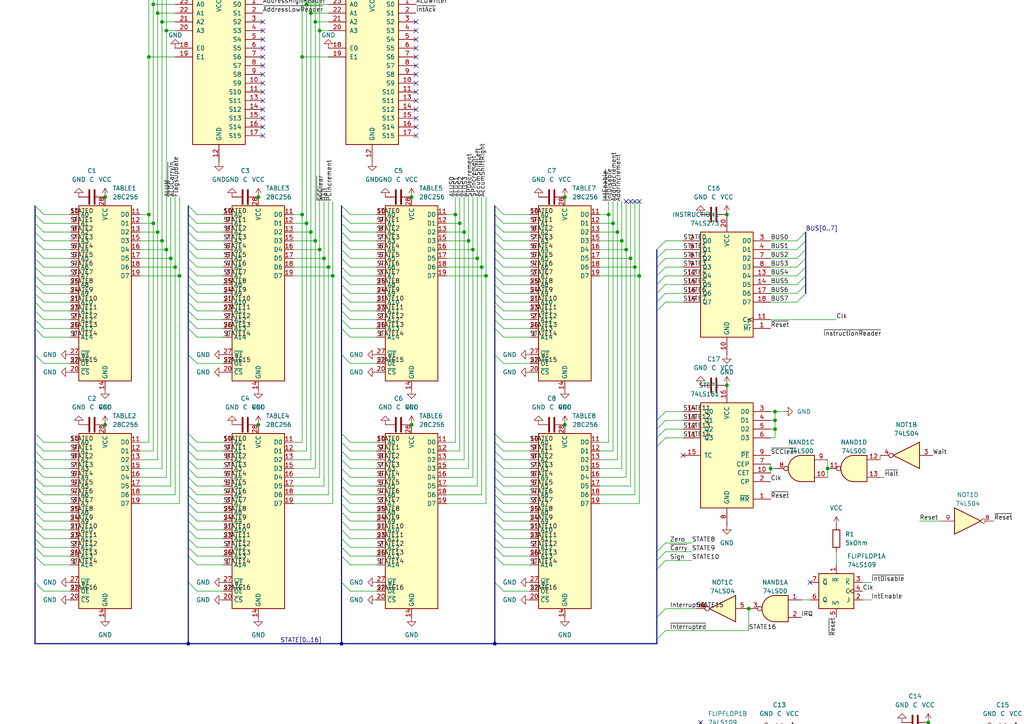
<source format=kicad_sch>
(kicad_sch (version 20250114) (generator "eeschema") (generator_version "9.0")
  (paper "A4")
  (junction (at 133.35 64.77))
  (junction (at 185.42 80.01))
  (junction (at 88.9 64.77))
  (junction (at 30.48 57.15))
  (junction (at 195.58 254))
  (junction (at 96.52 80.01))
  (junction (at 139.7 77.47))
  (junction (at 224.79 124.46))
  (junction (at 50.8 77.47))
  (junction (at 180.34 69.85))
  (junction (at 119.38 57.15))
  (junction (at 163.83 57.15))
  (junction (at 210.82 251.46))
  (junction (at 92.71 8.89))
  (junction (at 48.26 72.39))
  (junction (at 88.9 1.27))
  (junction (at 224.79 119.38))
  (junction (at 182.88 74.93))
  (junction (at 92.71 72.39))
  (junction (at 48.26 8.89))
  (junction (at 217.17 176.53))
  (junction (at 119.38 123.19))
  (junction (at 140.97 80.01))
  (junction (at 44.45 1.27))
  (junction (at 43.18 16.51))
  (junction (at 137.16 72.39))
  (junction (at 163.83 123.19))
  (junction (at 135.89 69.85))
  (junction (at 91.44 6.35))
  (junction (at 46.99 69.85))
  (junction (at 176.53 62.23))
  (junction (at 134.62 67.31))
  (junction (at 177.8 64.77))
  (junction (at 74.93 57.15))
  (junction (at 90.17 67.31))
  (junction (at 240.03 135.89))
  (junction (at 43.18 62.23))
  (junction (at 49.53 74.93))
  (junction (at 99.06 186.69))
  (junction (at 224.79 121.92))
  (junction (at 91.44 69.85))
  (junction (at 74.93 123.19))
  (junction (at 45.72 67.31))
  (junction (at 52.07 80.01))
  (junction (at 184.15 77.47))
  (junction (at 223.52 135.89))
  (junction (at 107.95 -69.85))
  (junction (at 90.17 3.81))
  (junction (at 87.63 62.23))
  (junction (at 162.56 -118.11))
  (junction (at 179.07 67.31))
  (junction (at 132.08 62.23))
  (junction (at 63.5 -6.35))
  (junction (at 54.61 186.69))
  (junction (at 63.5 -69.85))
  (junction (at 210.82 62.23))
  (junction (at 44.45 64.77))
  (junction (at 210.82 111.76))
  (junction (at 93.98 74.93))
  (junction (at 181.61 72.39))
  (junction (at 95.25 77.47))
  (junction (at 30.48 123.19))
  (junction (at 45.72 3.81))
  (junction (at 143.51 186.69))
  (junction (at 294.64 212.09))
  (junction (at 269.24 209.55))
  (junction (at 229.87 212.09))
  (junction (at 107.95 -6.35))
  (junction (at 46.99 6.35))
  (junction (at 87.63 16.51))
  (junction (at 138.43 74.93))
  (no_connect (at 76.2 6.35))
  (no_connect (at 76.2 16.51))
  (no_connect (at 76.2 -62.23))
  (no_connect (at 101.6 -152.4))
  (no_connect (at 76.2 24.13))
  (no_connect (at 101.6 -185.42))
  (no_connect (at 76.2 26.67))
  (no_connect (at 101.6 -144.78))
  (no_connect (at 210.82 219.71))
  (no_connect (at 182.88 58.42))
  (no_connect (at 114.3 -185.42))
  (no_connect (at 76.2 39.37))
  (no_connect (at 234.95 168.91))
  (no_connect (at 120.65 6.35))
  (no_connect (at 76.2 29.21))
  (no_connect (at 101.6 -190.5))
  (no_connect (at 210.82 214.63))
  (no_connect (at 76.2 8.89))
  (no_connect (at 195.58 214.63))
  (no_connect (at 114.3 -182.88))
  (no_connect (at 120.65 29.21))
  (no_connect (at 114.3 -180.34))
  (no_connect (at 120.65 34.29))
  (no_connect (at 203.2 209.55))
  (no_connect (at 120.65 31.75))
  (no_connect (at 101.6 -142.24))
  (no_connect (at 76.2 34.29))
  (no_connect (at 120.65 16.51))
  (no_connect (at 120.65 13.97))
  (no_connect (at 120.65 36.83))
  (no_connect (at 76.2 36.83))
  (no_connect (at 101.6 -149.86))
  (no_connect (at 76.2 31.75))
  (no_connect (at 101.6 -180.34))
  (no_connect (at 120.65 21.59))
  (no_connect (at 120.65 -62.23))
  (no_connect (at 120.65 19.05))
  (no_connect (at 76.2 13.97))
  (no_connect (at 76.2 11.43))
  (no_connect (at 114.3 -193.04))
  (no_connect (at 76.2 21.59))
  (no_connect (at 185.42 58.42))
  (no_connect (at 120.65 24.13))
  (no_connect (at 203.2 224.79))
  (no_connect (at 184.15 58.42))
  (no_connect (at 101.6 -182.88))
  (no_connect (at 198.12 132.08))
  (no_connect (at 120.65 39.37))
  (no_connect (at 195.58 217.17))
  (no_connect (at 101.6 -147.32))
  (no_connect (at 76.2 19.05))
  (no_connect (at 120.65 26.67))
  (no_connect (at 120.65 11.43))
  (no_connect (at 114.3 -187.96))
  (no_connect (at 195.58 219.71))
  (no_connect (at 181.61 58.42))
  (no_connect (at 120.65 8.89))
  (no_connect (at 101.6 -187.96))
  (bus_entry (at 143.51 77.47) (size 2.54 2.54))
  (bus_entry (at 54.61 67.31) (size 2.54 2.54))
  (bus_entry (at 10.16 161.29) (size 2.54 2.54))
  (bus_entry (at 298.45 -67.31) (size 2.54 2.54))
  (bus_entry (at 99.06 90.17) (size 2.54 2.54))
  (bus_entry (at 190.5 127) (size 2.54 -2.54))
  (bus_entry (at 54.61 146.05) (size 2.54 2.54))
  (bus_entry (at 99.06 168.91) (size 2.54 2.54))
  (bus_entry (at 54.61 102.87) (size 2.54 2.54))
  (bus_entry (at 298.45 -57.15) (size 2.54 2.54))
  (bus_entry (at 233.68 85.09) (size -2.54 2.54))
  (bus_entry (at 10.16 125.73) (size 2.54 2.54))
  (bus_entry (at 266.7 -74.93) (size 2.54 2.54))
  (bus_entry (at 143.51 87.63) (size 2.54 2.54))
  (bus_entry (at 54.61 140.97) (size 2.54 2.54))
  (bus_entry (at 143.51 67.31) (size 2.54 2.54))
  (bus_entry (at 143.51 153.67) (size 2.54 2.54))
  (bus_entry (at 91.44 -162.56) (size 2.54 2.54))
  (bus_entry (at 54.61 168.91) (size 2.54 2.54))
  (bus_entry (at 298.45 -59.69) (size 2.54 2.54))
  (bus_entry (at 143.51 140.97) (size 2.54 2.54))
  (bus_entry (at 266.7 -72.39) (size 2.54 2.54))
  (bus_entry (at 99.06 59.69) (size 2.54 2.54))
  (bus_entry (at 234.95 -72.39) (size 2.54 2.54))
  (bus_entry (at 99.06 82.55) (size 2.54 2.54))
  (bus_entry (at 143.51 130.81) (size 2.54 2.54))
  (bus_entry (at 266.7 -69.85) (size 2.54 2.54))
  (bus_entry (at 54.61 85.09) (size 2.54 2.54))
  (bus_entry (at 233.68 77.47) (size -2.54 2.54))
  (bus_entry (at 190.5 72.39) (size 2.54 -2.54))
  (bus_entry (at 54.61 69.85) (size 2.54 2.54))
  (bus_entry (at 10.16 102.87) (size 2.54 2.54))
  (bus_entry (at 10.16 168.91) (size 2.54 2.54))
  (bus_entry (at 143.51 85.09) (size 2.54 2.54))
  (bus_entry (at 10.16 128.27) (size 2.54 2.54))
  (bus_entry (at 99.06 85.09) (size 2.54 2.54))
  (bus_entry (at 143.51 135.89) (size 2.54 2.54))
  (bus_entry (at 10.16 151.13) (size 2.54 2.54))
  (bus_entry (at 10.16 153.67) (size 2.54 2.54))
  (bus_entry (at 233.68 69.85) (size -2.54 2.54))
  (bus_entry (at 143.51 62.23) (size 2.54 2.54))
  (bus_entry (at 91.44 -175.26) (size 2.54 2.54))
  (bus_entry (at 143.51 125.73) (size 2.54 2.54))
  (bus_entry (at 10.16 80.01) (size 2.54 2.54))
  (bus_entry (at 54.61 74.93) (size 2.54 2.54))
  (bus_entry (at 190.5 77.47) (size 2.54 -2.54))
  (bus_entry (at 10.16 67.31) (size 2.54 2.54))
  (bus_entry (at 234.95 -57.15) (size 2.54 2.54))
  (bus_entry (at 266.7 -62.23) (size 2.54 2.54))
  (bus_entry (at 10.16 82.55) (size 2.54 2.54))
  (bus_entry (at 54.61 161.29) (size 2.54 2.54))
  (bus_entry (at 190.5 185.42) (size 2.54 -2.54))
  (bus_entry (at 190.5 160.02) (size 2.54 -2.54))
  (bus_entry (at 233.68 72.39) (size -2.54 2.54))
  (bus_entry (at 10.16 74.93) (size 2.54 2.54))
  (bus_entry (at 143.51 95.25) (size 2.54 2.54))
  (bus_entry (at 10.16 143.51) (size 2.54 2.54))
  (bus_entry (at 234.95 -74.93) (size 2.54 2.54))
  (bus_entry (at 190.5 124.46) (size 2.54 -2.54))
  (bus_entry (at 10.16 135.89) (size 2.54 2.54))
  (bus_entry (at 10.16 77.47) (size 2.54 2.54))
  (bus_entry (at 233.68 74.93) (size -2.54 2.54))
  (bus_entry (at 99.06 69.85) (size 2.54 2.54))
  (bus_entry (at 54.61 59.69) (size 2.54 2.54))
  (bus_entry (at 10.16 133.35) (size 2.54 2.54))
  (bus_entry (at 143.51 138.43) (size 2.54 2.54))
  (bus_entry (at 234.95 -64.77) (size 2.54 2.54))
  (bus_entry (at 10.16 72.39) (size 2.54 2.54))
  (bus_entry (at 54.61 92.71) (size 2.54 2.54))
  (bus_entry (at 99.06 135.89) (size 2.54 2.54))
  (bus_entry (at 143.51 74.93) (size 2.54 2.54))
  (bus_entry (at 10.16 138.43) (size 2.54 2.54))
  (bus_entry (at 143.51 148.59) (size 2.54 2.54))
  (bus_entry (at 54.61 82.55) (size 2.54 2.54))
  (bus_entry (at 298.45 -62.23) (size 2.54 2.54))
  (bus_entry (at 143.51 80.01) (size 2.54 2.54))
  (bus_entry (at 99.06 133.35) (size 2.54 2.54))
  (bus_entry (at 99.06 125.73) (size 2.54 2.54))
  (bus_entry (at 99.06 80.01) (size 2.54 2.54))
  (bus_entry (at 54.61 95.25) (size 2.54 2.54))
  (bus_entry (at 234.95 -59.69) (size 2.54 2.54))
  (bus_entry (at 10.16 87.63) (size 2.54 2.54))
  (bus_entry (at 54.61 130.81) (size 2.54 2.54))
  (bus_entry (at 143.51 146.05) (size 2.54 2.54))
  (bus_entry (at 10.16 62.23) (size 2.54 2.54))
  (bus_entry (at 190.5 80.01) (size 2.54 -2.54))
  (bus_entry (at 99.06 161.29) (size 2.54 2.54))
  (bus_entry (at 99.06 72.39) (size 2.54 2.54))
  (bus_entry (at 10.16 95.25) (size 2.54 2.54))
  (bus_entry (at 143.51 168.91) (size 2.54 2.54))
  (bus_entry (at 143.51 90.17) (size 2.54 2.54))
  (bus_entry (at 54.61 138.43) (size 2.54 2.54))
  (bus_entry (at 54.61 158.75) (size 2.54 2.54))
  (bus_entry (at 99.06 143.51) (size 2.54 2.54))
  (bus_entry (at 233.68 67.31) (size -2.54 2.54))
  (bus_entry (at 99.06 140.97) (size 2.54 2.54))
  (bus_entry (at 266.7 -64.77) (size 2.54 2.54))
  (bus_entry (at 298.45 -72.39) (size 2.54 2.54))
  (bus_entry (at 54.61 72.39) (size 2.54 2.54))
  (bus_entry (at 91.44 -170.18) (size 2.54 2.54))
  (bus_entry (at 99.06 156.21) (size 2.54 2.54))
  (bus_entry (at 10.16 90.17) (size 2.54 2.54))
  (bus_entry (at 143.51 156.21) (size 2.54 2.54))
  (bus_entry (at 54.61 133.35) (size 2.54 2.54))
  (bus_entry (at 190.5 121.92) (size 2.54 -2.54))
  (bus_entry (at 234.95 -67.31) (size 2.54 2.54))
  (bus_entry (at 54.61 148.59) (size 2.54 2.54))
  (bus_entry (at 234.95 -62.23) (size 2.54 2.54))
  (bus_entry (at 99.06 95.25) (size 2.54 2.54))
  (bus_entry (at 143.51 128.27) (size 2.54 2.54))
  (bus_entry (at 54.61 64.77) (size 2.54 2.54))
  (bus_entry (at 10.16 69.85) (size 2.54 2.54))
  (bus_entry (at 143.51 151.13) (size 2.54 2.54))
  (bus_entry (at 298.45 -74.93) (size 2.54 2.54))
  (bus_entry (at 10.16 158.75) (size 2.54 2.54))
  (bus_entry (at 99.06 102.87) (size 2.54 2.54))
  (bus_entry (at 233.68 80.01) (size -2.54 2.54))
  (bus_entry (at 190.5 90.17) (size 2.54 -2.54))
  (bus_entry (at 143.51 69.85) (size 2.54 2.54))
  (bus_entry (at 54.61 87.63) (size 2.54 2.54))
  (bus_entry (at 298.45 -64.77) (size 2.54 2.54))
  (bus_entry (at 143.51 64.77) (size 2.54 2.54))
  (bus_entry (at 234.95 -69.85) (size 2.54 2.54))
  (bus_entry (at 143.51 158.75) (size 2.54 2.54))
  (bus_entry (at 54.61 143.51) (size 2.54 2.54))
  (bus_entry (at 99.06 130.81) (size 2.54 2.54))
  (bus_entry (at 190.5 162.56) (size 2.54 -2.54))
  (bus_entry (at 143.51 72.39) (size 2.54 2.54))
  (bus_entry (at 99.06 128.27) (size 2.54 2.54))
  (bus_entry (at 54.61 90.17) (size 2.54 2.54))
  (bus_entry (at 190.5 82.55) (size 2.54 -2.54))
  (bus_entry (at 10.16 146.05) (size 2.54 2.54))
  (bus_entry (at 54.61 62.23) (size 2.54 2.54))
  (bus_entry (at 99.06 62.23) (size 2.54 2.54))
  (bus_entry (at 143.51 161.29) (size 2.54 2.54))
  (bus_entry (at 99.06 77.47) (size 2.54 2.54))
  (bus_entry (at 233.68 82.55) (size -2.54 2.54))
  (bus_entry (at 190.5 165.1) (size 2.54 -2.54))
  (bus_entry (at 54.61 128.27) (size 2.54 2.54))
  (bus_entry (at 91.44 -167.64) (size 2.54 2.54))
  (bus_entry (at 143.51 143.51) (size 2.54 2.54))
  (bus_entry (at 10.16 148.59) (size 2.54 2.54))
  (bus_entry (at 99.06 158.75) (size 2.54 2.54))
  (bus_entry (at 143.51 92.71) (size 2.54 2.54))
  (bus_entry (at 99.06 92.71) (size 2.54 2.54))
  (bus_entry (at 190.5 87.63) (size 2.54 -2.54))
  (bus_entry (at 298.45 -69.85) (size 2.54 2.54))
  (bus_entry (at 10.16 140.97) (size 2.54 2.54))
  (bus_entry (at 190.5 179.07) (size 2.54 -2.54))
  (bus_entry (at 54.61 156.21) (size 2.54 2.54))
  (bus_entry (at 10.16 59.69) (size 2.54 2.54))
  (bus_entry (at 91.44 -177.8) (size 2.54 2.54))
  (bus_entry (at 266.7 -67.31) (size 2.54 2.54))
  (bus_entry (at 190.5 74.93) (size 2.54 -2.54))
  (bus_entry (at 99.06 146.05) (size 2.54 2.54))
  (bus_entry (at 91.44 -165.1) (size 2.54 2.54))
  (bus_entry (at 266.7 -59.69) (size 2.54 2.54))
  (bus_entry (at 190.5 129.54) (size 2.54 -2.54))
  (bus_entry (at 91.44 -160.02) (size 2.54 2.54))
  (bus_entry (at 10.16 92.71) (size 2.54 2.54))
  (bus_entry (at 143.51 82.55) (size 2.54 2.54))
  (bus_entry (at 54.61 77.47) (size 2.54 2.54))
  (bus_entry (at 54.61 125.73) (size 2.54 2.54))
  (bus_entry (at 99.06 74.93) (size 2.54 2.54))
  (bus_entry (at 143.51 133.35) (size 2.54 2.54))
  (bus_entry (at 10.16 64.77) (size 2.54 2.54))
  (bus_entry (at 99.06 148.59) (size 2.54 2.54))
  (bus_entry (at 190.5 85.09) (size 2.54 -2.54))
  (bus_entry (at 54.61 135.89) (size 2.54 2.54))
  (bus_entry (at 143.51 59.69) (size 2.54 2.54))
  (bus_entry (at 99.06 64.77) (size 2.54 2.54))
  (bus_entry (at 54.61 80.01) (size 2.54 2.54))
  (bus_entry (at 54.61 151.13) (size 2.54 2.54))
  (bus_entry (at 99.06 151.13) (size 2.54 2.54))
  (bus_entry (at 91.44 -172.72) (size 2.54 2.54))
  (bus_entry (at 10.16 130.81) (size 2.54 2.54))
  (bus_entry (at 266.7 -57.15) (size 2.54 2.54))
  (bus_entry (at 99.06 153.67) (size 2.54 2.54))
  (bus_entry (at 99.06 67.31) (size 2.54 2.54))
  (bus_entry (at 99.06 138.43) (size 2.54 2.54))
  (bus_entry (at 10.16 156.21) (size 2.54 2.54))
  (bus_entry (at 54.61 153.67) (size 2.54 2.54))
  (bus_entry (at 143.51 102.87) (size 2.54 2.54))
  (bus_entry (at 10.16 85.09) (size 2.54 2.54))
  (bus_entry (at 99.06 87.63) (size 2.54 2.54))
  (wire (pts (xy 276.86 -59.69) (xy 269.24 -59.69)))
  (bus (pts (xy 233.68 69.85) (xy 233.68 72.39)))
  (wire (pts (xy 297.18 -92.71) (xy 289.56 -92.71)))
  (wire (pts (xy 95.25 6.35) (xy 91.44 6.35)))
  (bus (pts (xy 10.16 168.91) (xy 10.16 186.69)))
  (wire (pts (xy 101.6 158.75) (xy 109.22 158.75)))
  (wire (pts (xy 245.11 -62.23) (xy 237.49 -62.23)))
  (wire (pts (xy 57.15 72.39) (xy 64.77 72.39)))
  (wire (pts (xy 40.64 143.51) (xy 50.8 143.51)))
  (bus (pts (xy 143.51 133.35) (xy 143.51 135.89)))
  (bus (pts (xy 99.06 80.01) (xy 99.06 82.55)))
  (bus (pts (xy 99.06 64.77) (xy 99.06 67.31)))
  (wire (pts (xy 140.97 57.15) (xy 140.97 80.01)))
  (wire (pts (xy 88.9 1.27) (xy 88.9 64.77)))
  (bus (pts (xy 10.16 74.93) (xy 10.16 77.47)))
  (wire (pts (xy 245.11 -59.69) (xy 237.49 -59.69)))
  (bus (pts (xy 99.06 82.55) (xy 99.06 85.09)))
  (wire (pts (xy 87.63 16.51) (xy 95.25 16.51)))
  (wire (pts (xy 146.05 67.31) (xy 153.67 67.31)))
  (wire (pts (xy 101.6 143.51) (xy 109.22 143.51)))
  (bus (pts (xy 266.7 -74.93) (xy 266.7 -72.39)))
  (wire (pts (xy 12.7 151.13) (xy 20.32 151.13)))
  (bus (pts (xy 233.68 67.31) (xy 233.68 69.85)))
  (bus (pts (xy 143.51 158.75) (xy 143.51 161.29)))
  (wire (pts (xy 101.6 -157.48) (xy 93.98 -157.48)))
  (bus (pts (xy 190.5 127) (xy 190.5 129.54)))
  (wire (pts (xy 184.15 58.42) (xy 184.15 77.47)))
  (wire (pts (xy 57.15 143.51) (xy 64.77 143.51)))
  (wire (pts (xy 217.17 176.53) (xy 217.17 182.88)))
  (wire (pts (xy 49.53 57.15) (xy 49.53 74.93)))
  (wire (pts (xy 193.04 182.88) (xy 217.17 182.88)))
  (bus (pts (xy 54.61 72.39) (xy 54.61 74.93)))
  (wire (pts (xy 43.18 62.23) (xy 43.18 128.27)))
  (wire (pts (xy 146.05 64.77) (xy 153.67 64.77)))
  (wire (pts (xy 114.3 -144.78) (xy 115.57 -144.78)))
  (wire (pts (xy 101.6 69.85) (xy 109.22 69.85)))
  (wire (pts (xy 146.05 153.67) (xy 153.67 153.67)))
  (bus (pts (xy 298.45 -72.39) (xy 298.45 -69.85)))
  (wire (pts (xy 185.42 146.05) (xy 173.99 146.05)))
  (wire (pts (xy 181.61 58.42) (xy 181.61 72.39)))
  (wire (pts (xy 45.72 3.81) (xy 45.72 67.31)))
  (wire (pts (xy 88.9 64.77) (xy 88.9 130.81)))
  (bus (pts (xy 91.44 -175.26) (xy 91.44 -172.72)))
  (bus (pts (xy 10.16 102.87) (xy 10.16 125.73)))
  (wire (pts (xy 250.19 173.99) (xy 252.73 173.99)))
  (wire (pts (xy 12.7 97.79) (xy 20.32 97.79)))
  (wire (pts (xy 101.6 133.35) (xy 109.22 133.35)))
  (wire (pts (xy 45.72 3.81) (xy 50.8 3.81)))
  (wire (pts (xy 101.6 153.67) (xy 109.22 153.67)))
  (bus (pts (xy 143.51 153.67) (xy 143.51 156.21)))
  (wire (pts (xy 255.27 132.08) (xy 255.27 133.35)))
  (wire (pts (xy 12.7 80.01) (xy 20.32 80.01)))
  (bus (pts (xy 10.16 148.59) (xy 10.16 151.13)))
  (bus (pts (xy 54.61 148.59) (xy 54.61 151.13)))
  (wire (pts (xy 129.54 143.51) (xy 139.7 143.51)))
  (wire (pts (xy 190.5 254) (xy 195.58 254)))
  (bus (pts (xy 99.06 67.31) (xy 99.06 69.85)))
  (wire (pts (xy 266.7 151.13) (xy 273.05 151.13)))
  (wire (pts (xy 57.15 138.43) (xy 64.77 138.43)))
  (wire (pts (xy 224.79 119.38) (xy 227.33 119.38)))
  (wire (pts (xy 12.7 74.93) (xy 20.32 74.93)))
  (bus (pts (xy 91.44 -165.1) (xy 91.44 -162.56)))
  (wire (pts (xy 12.7 143.51) (xy 20.32 143.51)))
  (bus (pts (xy 298.45 -59.69) (xy 298.45 -57.15)))
  (wire (pts (xy 48.26 72.39) (xy 48.26 138.43)))
  (wire (pts (xy 12.7 146.05) (xy 20.32 146.05)))
  (wire (pts (xy 101.6 -172.72) (xy 93.98 -172.72)))
  (wire (pts (xy 138.43 74.93) (xy 138.43 140.97)))
  (wire (pts (xy 91.44 135.89) (xy 85.09 135.89)))
  (wire (pts (xy 276.86 -57.15) (xy 269.24 -57.15)))
  (wire (pts (xy 185.42 58.42) (xy 185.42 80.01)))
  (bus (pts (xy 99.06 102.87) (xy 99.06 125.73)))
  (wire (pts (xy 193.04 74.93) (xy 198.12 74.93)))
  (wire (pts (xy 146.05 85.09) (xy 153.67 85.09)))
  (wire (pts (xy 223.52 69.85) (xy 231.14 69.85)))
  (wire (pts (xy 180.34 69.85) (xy 180.34 135.89)))
  (wire (pts (xy 114.3 -177.8) (xy 115.57 -177.8)))
  (wire (pts (xy 139.7 77.47) (xy 129.54 77.47)))
  (wire (pts (xy 12.7 72.39) (xy 20.32 72.39)))
  (bus (pts (xy 91.44 -172.72) (xy 91.44 -170.18)))
  (wire (pts (xy 101.6 130.81) (xy 109.22 130.81)))
  (bus (pts (xy 143.51 90.17) (xy 143.51 92.71)))
  (bus (pts (xy 54.61 168.91) (xy 54.61 186.69)))
  (bus (pts (xy 54.61 59.69) (xy 54.61 62.23)))
  (wire (pts (xy 245.11 -64.77) (xy 237.49 -64.77)))
  (bus (pts (xy 266.7 -67.31) (xy 266.7 -64.77)))
  (wire (pts (xy 146.05 90.17) (xy 153.67 90.17)))
  (wire (pts (xy 12.7 69.85) (xy 20.32 69.85)))
  (wire (pts (xy 173.99 80.01) (xy 185.42 80.01)))
  (wire (pts (xy 101.6 77.47) (xy 109.22 77.47)))
  (wire (pts (xy 223.52 80.01) (xy 231.14 80.01)))
  (wire (pts (xy 173.99 64.77) (xy 177.8 64.77)))
  (wire (pts (xy 90.17 133.35) (xy 90.17 67.31)))
  (wire (pts (xy 50.8 1.27) (xy 44.45 1.27)))
  (bus (pts (xy 10.16 90.17) (xy 10.16 92.71)))
  (bus (pts (xy 10.16 64.77) (xy 10.16 67.31)))
  (wire (pts (xy 12.7 87.63) (xy 20.32 87.63)))
  (wire (pts (xy 91.44 69.85) (xy 91.44 135.89)))
  (bus (pts (xy 298.45 -64.77) (xy 298.45 -62.23)))
  (wire (pts (xy 179.07 67.31) (xy 173.99 67.31)))
  (wire (pts (xy 12.7 67.31) (xy 20.32 67.31)))
  (wire (pts (xy 146.05 148.59) (xy 153.67 148.59)))
  (wire (pts (xy 129.54 80.01) (xy 140.97 80.01)))
  (wire (pts (xy 146.05 146.05) (xy 153.67 146.05)))
  (wire (pts (xy 224.79 119.38) (xy 224.79 121.92)))
  (bus (pts (xy 54.61 146.05) (xy 54.61 148.59)))
  (wire (pts (xy 146.05 151.13) (xy 153.67 151.13)))
  (wire (pts (xy 40.64 138.43) (xy 48.26 138.43)))
  (wire (pts (xy 40.64 80.01) (xy 52.07 80.01)))
  (wire (pts (xy 193.04 176.53) (xy 201.93 176.53)))
  (bus (pts (xy 143.51 138.43) (xy 143.51 140.97)))
  (wire (pts (xy 45.72 67.31) (xy 40.64 67.31)))
  (wire (pts (xy 114.3 -165.1) (xy 115.57 -165.1)))
  (wire (pts (xy 57.15 140.97) (xy 64.77 140.97)))
  (bus (pts (xy 99.06 85.09) (xy 99.06 87.63)))
  (wire (pts (xy 308.61 -62.23) (xy 300.99 -62.23)))
  (bus (pts (xy 10.16 128.27) (xy 10.16 130.81)))
  (bus (pts (xy 143.51 67.31) (xy 143.51 69.85)))
  (wire (pts (xy 276.86 -54.61) (xy 269.24 -54.61)))
  (wire (pts (xy 57.15 64.77) (xy 64.77 64.77)))
  (bus (pts (xy 298.45 -74.93) (xy 298.45 -72.39)))
  (wire (pts (xy 57.15 67.31) (xy 64.77 67.31)))
  (wire (pts (xy 182.88 74.93) (xy 182.88 140.97)))
  (wire (pts (xy 101.6 105.41) (xy 109.22 105.41)))
  (bus (pts (xy 10.16 153.67) (xy 10.16 156.21)))
  (wire (pts (xy 85.09 64.77) (xy 88.9 64.77)))
  (wire (pts (xy 269.24 -90.17) (xy 276.86 -90.17)))
  (bus (pts (xy 143.51 80.01) (xy 143.51 82.55)))
  (bus (pts (xy 54.61 135.89) (xy 54.61 138.43)))
  (wire (pts (xy 114.3 -157.48) (xy 115.57 -157.48)))
  (wire (pts (xy 129.54 128.27) (xy 132.08 128.27)))
  (bus (pts (xy 54.61 69.85) (xy 54.61 72.39)))
  (bus (pts (xy 190.5 165.1) (xy 190.5 179.07)))
  (wire (pts (xy 146.05 87.63) (xy 153.67 87.63)))
  (wire (pts (xy 146.05 161.29) (xy 153.67 161.29)))
  (wire (pts (xy 121.92 -195.58) (xy 114.3 -195.58)))
  (wire (pts (xy 12.7 163.83) (xy 20.32 163.83)))
  (wire (pts (xy 87.63 62.23) (xy 85.09 62.23)))
  (bus (pts (xy 10.16 69.85) (xy 10.16 72.39)))
  (bus (pts (xy 143.51 95.25) (xy 143.51 102.87)))
  (bus (pts (xy 143.51 128.27) (xy 143.51 130.81)))
  (wire (pts (xy 223.52 121.92) (xy 224.79 121.92)))
  (bus (pts (xy 54.61 95.25) (xy 54.61 102.87)))
  (wire (pts (xy 93.98 58.42) (xy 93.98 74.93)))
  (wire (pts (xy 101.6 148.59) (xy 109.22 148.59)))
  (wire (pts (xy 245.11 -54.61) (xy 237.49 -54.61)))
  (wire (pts (xy 101.6 85.09) (xy 109.22 85.09)))
  (wire (pts (xy 96.52 80.01) (xy 96.52 146.05)))
  (wire (pts (xy 146.05 95.25) (xy 153.67 95.25)))
  (wire (pts (xy 146.05 140.97) (xy 153.67 140.97)))
  (wire (pts (xy 83.82 -31.75) (xy 87.63 -31.75)))
  (wire (pts (xy 44.45 1.27) (xy 44.45 64.77)))
  (wire (pts (xy 185.42 80.01) (xy 185.42 146.05)))
  (wire (pts (xy 300.99 -92.71) (xy 308.61 -92.71)))
  (wire (pts (xy 50.8 77.47) (xy 50.8 143.51)))
  (bus (pts (xy 143.51 92.71) (xy 143.51 95.25)))
  (wire (pts (xy 92.71 8.89) (xy 95.25 8.89)))
  (wire (pts (xy 93.98 140.97) (xy 85.09 140.97)))
  (wire (pts (xy 12.7 64.77) (xy 20.32 64.77)))
  (bus (pts (xy 99.06 158.75) (xy 99.06 161.29)))
  (wire (pts (xy 12.7 156.21) (xy 20.32 156.21)))
  (wire (pts (xy 12.7 128.27) (xy 20.32 128.27)))
  (bus (pts (xy 54.61 140.97) (xy 54.61 143.51)))
  (wire (pts (xy 45.72 133.35) (xy 45.72 67.31)))
  (wire (pts (xy 48.26 -54.61) (xy 48.26 8.89)))
  (wire (pts (xy 57.15 87.63) (xy 64.77 87.63)))
  (bus (pts (xy 234.95 -67.31) (xy 234.95 -64.77)))
  (wire (pts (xy 90.17 -59.69) (xy 90.17 3.81)))
  (wire (pts (xy 40.64 133.35) (xy 45.72 133.35)))
  (bus (pts (xy 54.61 92.71) (xy 54.61 95.25)))
  (wire (pts (xy 85.09 69.85) (xy 91.44 69.85)))
  (bus (pts (xy 54.61 161.29) (xy 54.61 168.91)))
  (bus (pts (xy 99.06 135.89) (xy 99.06 138.43)))
  (wire (pts (xy 114.3 -175.26) (xy 115.57 -175.26)))
  (wire (pts (xy 223.52 119.38) (xy 224.79 119.38)))
  (wire (pts (xy 182.88 58.42) (xy 182.88 74.93)))
  (wire (pts (xy 276.86 -72.39) (xy 269.24 -72.39)))
  (bus (pts (xy 190.5 160.02) (xy 190.5 162.56)))
  (wire (pts (xy 90.17 3.81) (xy 95.25 3.81)))
  (wire (pts (xy 85.09 143.51) (xy 95.25 143.51)))
  (wire (pts (xy 57.15 163.83) (xy 64.77 163.83)))
  (wire (pts (xy 101.6 67.31) (xy 109.22 67.31)))
  (wire (pts (xy 177.8 58.42) (xy 177.8 64.77)))
  (wire (pts (xy 114.3 -152.4) (xy 115.57 -152.4)))
  (bus (pts (xy 143.51 59.69) (xy 143.51 62.23)))
  (wire (pts (xy 129.54 133.35) (xy 134.62 133.35)))
  (wire (pts (xy 223.52 82.55) (xy 231.14 82.55)))
  (wire (pts (xy 146.05 62.23) (xy 153.67 62.23)))
  (wire (pts (xy 255.27 138.43) (xy 256.54 138.43)))
  (bus (pts (xy 233.68 80.01) (xy 233.68 82.55)))
  (wire (pts (xy 40.64 74.93) (xy 49.53 74.93)))
  (wire (pts (xy 101.6 171.45) (xy 109.22 171.45)))
  (wire (pts (xy 242.57 160.02) (xy 242.57 163.83)))
  (wire (pts (xy 195.58 254) (xy 195.58 251.46)))
  (wire (pts (xy 57.15 90.17) (xy 64.77 90.17)))
  (wire (pts (xy 93.98 74.93) (xy 93.98 140.97)))
  (bus (pts (xy 143.51 72.39) (xy 143.51 74.93)))
  (wire (pts (xy 193.04 80.01) (xy 198.12 80.01)))
  (bus (pts (xy 54.61 82.55) (xy 54.61 85.09)))
  (wire (pts (xy 224.79 135.89) (xy 223.52 135.89)))
  (wire (pts (xy 101.6 161.29) (xy 109.22 161.29)))
  (bus (pts (xy 99.06 140.97) (xy 99.06 143.51)))
  (wire (pts (xy 44.45 130.81) (xy 40.64 130.81)))
  (wire (pts (xy 40.64 69.85) (xy 46.99 69.85)))
  (wire (pts (xy 146.05 77.47) (xy 153.67 77.47)))
  (wire (pts (xy 114.3 -167.64) (xy 115.57 -167.64)))
  (bus (pts (xy 10.16 138.43) (xy 10.16 140.97)))
  (wire (pts (xy 57.15 130.81) (xy 64.77 130.81)))
  (wire (pts (xy 46.99 -57.15) (xy 50.8 -57.15)))
  (wire (pts (xy 39.37 -46.99) (xy 50.8 -46.99)))
  (wire (pts (xy 182.88 140.97) (xy 173.99 140.97)))
  (wire (pts (xy 193.04 162.56) (xy 200.66 162.56)))
  (wire (pts (xy 245.11 -57.15) (xy 237.49 -57.15)))
  (wire (pts (xy 146.05 92.71) (xy 153.67 92.71)))
  (bus (pts (xy 10.16 62.23) (xy 10.16 64.77)))
  (wire (pts (xy 40.64 128.27) (xy 43.18 128.27)))
  (wire (pts (xy 48.26 8.89) (xy 48.26 72.39)))
  (wire (pts (xy 146.05 74.93) (xy 153.67 74.93)))
  (wire (pts (xy 85.09 133.35) (xy 90.17 133.35)))
  (bus (pts (xy 190.5 179.07) (xy 190.5 185.42)))
  (wire (pts (xy 240.03 133.35) (xy 240.03 135.89)))
  (wire (pts (xy 193.04 69.85) (xy 198.12 69.85)))
  (wire (pts (xy 91.44 -57.15) (xy 95.25 -57.15)))
  (bus (pts (xy 10.16 130.81) (xy 10.16 133.35)))
  (bus (pts (xy 10.16 85.09) (xy 10.16 87.63)))
  (wire (pts (xy 12.7 161.29) (xy 20.32 161.29)))
  (bus (pts (xy 190.5 162.56) (xy 190.5 165.1)))
  (wire (pts (xy 223.52 77.47) (xy 231.14 77.47)))
  (wire (pts (xy 57.15 92.71) (xy 64.77 92.71)))
  (bus (pts (xy 190.5 74.93) (xy 190.5 77.47)))
  (wire (pts (xy 96.52 146.05) (xy 85.09 146.05)))
  (wire (pts (xy 12.7 85.09) (xy 20.32 85.09)))
  (wire (pts (xy 134.62 133.35) (xy 134.62 67.31)))
  (wire (pts (xy 210.82 246.38) (xy 210.82 251.46)))
  (wire (pts (xy 12.7 82.55) (xy 20.32 82.55)))
  (wire (pts (xy 95.25 77.47) (xy 95.25 143.51)))
  (wire (pts (xy 146.05 163.83) (xy 153.67 163.83)))
  (bus (pts (xy 10.16 80.01) (xy 10.16 82.55)))
  (bus (pts (xy 190.5 77.47) (xy 190.5 80.01)))
  (wire (pts (xy 101.6 140.97) (xy 109.22 140.97)))
  (bus (pts (xy 91.44 -170.18) (xy 91.44 -167.64)))
  (wire (pts (xy 101.6 135.89) (xy 109.22 135.89)))
  (wire (pts (xy 146.05 138.43) (xy 153.67 138.43)))
  (wire (pts (xy 39.37 -31.75) (xy 43.18 -31.75)))
  (bus (pts (xy 10.16 59.69) (xy 10.16 62.23)))
  (bus (pts (xy 143.51 151.13) (xy 143.51 153.67)))
  (bus (pts (xy 99.06 138.43) (xy 99.06 140.97)))
  (wire (pts (xy 57.15 97.79) (xy 64.77 97.79)))
  (wire (pts (xy 12.7 138.43) (xy 20.32 138.43)))
  (wire (pts (xy 245.11 -72.39) (xy 237.49 -72.39)))
  (bus (pts (xy 99.06 95.25) (xy 99.06 102.87)))
  (wire (pts (xy 101.6 62.23) (xy 109.22 62.23)))
  (wire (pts (xy 101.6 72.39) (xy 109.22 72.39)))
  (wire (pts (xy 49.53 74.93) (xy 49.53 140.97)))
  (wire (pts (xy 193.04 87.63) (xy 198.12 87.63)))
  (bus (pts (xy 54.61 102.87) (xy 54.61 125.73)))
  (wire (pts (xy 193.04 119.38) (xy 198.12 119.38)))
  (wire (pts (xy 93.98 -193.04) (xy 101.6 -193.04)))
  (bus (pts (xy 143.51 161.29) (xy 143.51 168.91)))
  (wire (pts (xy 223.52 87.63) (xy 231.14 87.63)))
  (bus (pts (xy 99.06 153.67) (xy 99.06 156.21)))
  (bus (pts (xy 233.68 72.39) (xy 233.68 74.93)))
  (bus (pts (xy 54.61 74.93) (xy 54.61 77.47)))
  (wire (pts (xy 57.15 135.89) (xy 64.77 135.89)))
  (wire (pts (xy 83.82 -46.99) (xy 95.25 -46.99)))
  (wire (pts (xy 57.15 171.45) (xy 64.77 171.45)))
  (wire (pts (xy 237.49 -92.71) (xy 245.11 -92.71)))
  (wire (pts (xy 52.07 80.01) (xy 52.07 146.05)))
  (wire (pts (xy 101.6 87.63) (xy 109.22 87.63)))
  (wire (pts (xy 57.15 133.35) (xy 64.77 133.35)))
  (bus (pts (xy 99.06 148.59) (xy 99.06 151.13)))
  (wire (pts (xy 179.07 58.42) (xy 179.07 67.31)))
  (wire (pts (xy 193.04 85.09) (xy 198.12 85.09)))
  (wire (pts (xy 114.3 -170.18) (xy 115.57 -170.18)))
  (wire (pts (xy 135.89 57.15) (xy 135.89 69.85)))
  (bus (pts (xy 190.5 186.69) (xy 143.51 186.69)))
  (wire (pts (xy 12.7 62.23) (xy 20.32 62.23)))
  (bus (pts (xy 99.06 151.13) (xy 99.06 153.67)))
  (wire (pts (xy 146.05 105.41) (xy 153.67 105.41)))
  (wire (pts (xy 43.18 62.23) (xy 40.64 62.23)))
  (bus (pts (xy 54.61 85.09) (xy 54.61 87.63)))
  (bus (pts (xy 91.44 -162.56) (xy 91.44 -160.02)))
  (wire (pts (xy 134.62 57.15) (xy 134.62 67.31)))
  (wire (pts (xy 176.53 58.42) (xy 176.53 62.23)))
  (bus (pts (xy 10.16 151.13) (xy 10.16 153.67)))
  (bus (pts (xy 190.5 129.54) (xy 190.5 160.02)))
  (wire (pts (xy 176.53 62.23) (xy 173.99 62.23)))
  (bus (pts (xy 99.06 143.51) (xy 99.06 146.05)))
  (wire (pts (xy 250.19 168.91) (xy 252.73 168.91)))
  (wire (pts (xy 57.15 161.29) (xy 64.77 161.29)))
  (wire (pts (xy 173.99 138.43) (xy 181.61 138.43)))
  (bus (pts (xy 234.95 -62.23) (xy 234.95 -59.69)))
  (wire (pts (xy 50.8 6.35) (xy 46.99 6.35)))
  (wire (pts (xy 101.6 92.71) (xy 109.22 92.71)))
  (wire (pts (xy 193.04 77.47) (xy 198.12 77.47)))
  (wire (pts (xy 193.04 121.92) (xy 198.12 121.92)))
  (wire (pts (xy 232.41 173.99) (xy 234.95 173.99)))
  (wire (pts (xy 88.9 130.81) (xy 85.09 130.81)))
  (wire (pts (xy 146.05 135.89) (xy 153.67 135.89)))
  (bus (pts (xy 266.7 -59.69) (xy 266.7 -57.15)))
  (wire (pts (xy 85.09 74.93) (xy 93.98 74.93)))
  (wire (pts (xy 57.15 85.09) (xy 64.77 85.09)))
  (wire (pts (xy 46.99 6.35) (xy 46.99 -57.15)))
  (bus (pts (xy 54.61 138.43) (xy 54.61 140.97)))
  (wire (pts (xy 101.6 -175.26) (xy 93.98 -175.26)))
  (wire (pts (xy 52.07 146.05) (xy 40.64 146.05)))
  (bus (pts (xy 10.16 133.35) (xy 10.16 135.89)))
  (bus (pts (xy 99.06 133.35) (xy 99.06 135.89)))
  (wire (pts (xy 96.52 58.42) (xy 96.52 80.01)))
  (bus (pts (xy 99.06 90.17) (xy 99.06 92.71)))
  (wire (pts (xy 101.6 128.27) (xy 109.22 128.27)))
  (bus (pts (xy 10.16 186.69) (xy 54.61 186.69)))
  (wire (pts (xy 101.6 -162.56) (xy 93.98 -162.56)))
  (bus (pts (xy 99.06 87.63) (xy 99.06 90.17)))
  (bus (pts (xy 143.51 69.85) (xy 143.51 72.39)))
  (bus (pts (xy 190.5 124.46) (xy 190.5 127)))
  (bus (pts (xy 190.5 80.01) (xy 190.5 82.55)))
  (bus (pts (xy 10.16 135.89) (xy 10.16 138.43)))
  (bus (pts (xy 233.68 82.55) (xy 233.68 85.09)))
  (bus (pts (xy 99.06 146.05) (xy 99.06 148.59)))
  (wire (pts (xy 308.61 -67.31) (xy 300.99 -67.31)))
  (wire (pts (xy 57.15 128.27) (xy 64.77 128.27)))
  (wire (pts (xy 57.15 95.25) (xy 64.77 95.25)))
  (bus (pts (xy 190.5 82.55) (xy 190.5 85.09)))
  (bus (pts (xy 266.7 -69.85) (xy 266.7 -67.31)))
  (wire (pts (xy 91.44 6.35) (xy 91.44 69.85)))
  (wire (pts (xy 57.15 77.47) (xy 64.77 77.47)))
  (wire (pts (xy 245.11 -69.85) (xy 237.49 -69.85)))
  (wire (pts (xy 50.8 77.47) (xy 40.64 77.47)))
  (wire (pts (xy 328.93 -92.71) (xy 321.31 -92.71)))
  (wire (pts (xy 101.6 138.43) (xy 109.22 138.43)))
  (wire (pts (xy 88.9 -62.23) (xy 95.25 -62.23)))
  (bus (pts (xy 143.51 140.97) (xy 143.51 143.51)))
  (wire (pts (xy 129.54 74.93) (xy 138.43 74.93)))
  (wire (pts (xy 265.43 -92.71) (xy 257.81 -92.71)))
  (wire (pts (xy 44.45 -62.23) (xy 50.8 -62.23)))
  (wire (pts (xy 101.6 -165.1) (xy 93.98 -165.1)))
  (wire (pts (xy 91.44 6.35) (xy 91.44 -57.15)))
  (wire (pts (xy 85.09 128.27) (xy 87.63 128.27)))
  (wire (pts (xy 101.6 64.77) (xy 109.22 64.77)))
  (wire (pts (xy 146.05 130.81) (xy 153.67 130.81)))
  (bus (pts (xy 54.61 90.17) (xy 54.61 92.71)))
  (bus (pts (xy 190.5 72.39) (xy 190.5 74.93)))
  (wire (pts (xy 146.05 143.51) (xy 153.67 143.51)))
  (bus (pts (xy 54.61 80.01) (xy 54.61 82.55)))
  (wire (pts (xy 193.04 72.39) (xy 198.12 72.39)))
  (wire (pts (xy 223.52 74.93) (xy 231.14 74.93)))
  (wire (pts (xy 101.6 80.01) (xy 109.22 80.01)))
  (wire (pts (xy 223.52 134.62) (xy 223.52 135.89)))
  (bus (pts (xy 10.16 140.97) (xy 10.16 143.51)))
  (wire (pts (xy 48.26 8.89) (xy 50.8 8.89)))
  (bus (pts (xy 54.61 143.51) (xy 54.61 146.05)))
  (bus (pts (xy 54.61 67.31) (xy 54.61 69.85)))
  (wire (pts (xy 276.86 -62.23) (xy 269.24 -62.23)))
  (wire (pts (xy 269.24 -92.71) (xy 276.86 -92.71)))
  (wire (pts (xy 146.05 80.01) (xy 153.67 80.01)))
  (bus (pts (xy 143.51 135.89) (xy 143.51 138.43)))
  (bus (pts (xy 10.16 156.21) (xy 10.16 158.75)))
  (wire (pts (xy 193.04 157.48) (xy 200.66 157.48)))
  (wire (pts (xy 146.05 171.45) (xy 153.67 171.45)))
  (wire (pts (xy 57.15 153.67) (xy 64.77 153.67)))
  (wire (pts (xy 44.45 1.27) (xy 44.45 -62.23)))
  (wire (pts (xy 101.6 97.79) (xy 109.22 97.79)))
  (wire (pts (xy 95.25 -54.61) (xy 92.71 -54.61)))
  (wire (pts (xy 12.7 135.89) (xy 20.32 135.89)))
  (wire (pts (xy 57.15 156.21) (xy 64.77 156.21)))
  (wire (pts (xy 224.79 124.46) (xy 224.79 127)))
  (wire (pts (xy 85.09 80.01) (xy 96.52 80.01)))
  (bus (pts (xy 143.51 125.73) (xy 143.51 128.27)))
  (wire (pts (xy 101.6 151.13) (xy 109.22 151.13)))
  (wire (pts (xy 88.9 1.27) (xy 88.9 -62.23)))
  (wire (pts (xy 93.98 -195.58) (xy 101.6 -195.58)))
  (wire (pts (xy 224.79 121.92) (xy 224.79 124.46)))
  (wire (pts (xy 48.26 72.39) (xy 40.64 72.39)))
  (wire (pts (xy 146.05 69.85) (xy 153.67 69.85)))
  (wire (pts (xy 223.52 85.09) (xy 231.14 85.09)))
  (wire (pts (xy 95.25 -59.69) (xy 90.17 -59.69)))
  (wire (pts (xy 12.7 95.25) (xy 20.32 95.25)))
  (wire (pts (xy 43.18 16.51) (xy 43.18 62.23)))
  (wire (pts (xy 223.52 72.39) (xy 231.14 72.39)))
  (wire (pts (xy 308.61 -69.85) (xy 300.99 -69.85)))
  (bus (pts (xy 143.51 102.87) (xy 143.51 125.73)))
  (bus (pts (xy 10.16 92.71) (xy 10.16 95.25)))
  (wire (pts (xy 132.08 57.15) (xy 132.08 62.23)))
  (wire (pts (xy 101.6 163.83) (xy 109.22 163.83)))
  (bus (pts (xy 10.16 125.73) (xy 10.16 128.27)))
  (wire (pts (xy 177.8 130.81) (xy 173.99 130.81)))
  (bus (pts (xy 266.7 -64.77) (xy 266.7 -62.23)))
  (wire (pts (xy 114.3 -172.72) (xy 115.57 -172.72)))
  (wire (pts (xy 114.3 -160.02) (xy 115.57 -160.02)))
  (wire (pts (xy 43.18 16.51) (xy 50.8 16.51)))
  (wire (pts (xy 95.25 58.42) (xy 95.25 77.47)))
  (wire (pts (xy 276.86 -67.31) (xy 269.24 -67.31)))
  (bus (pts (xy 266.7 -62.23) (xy 266.7 -59.69)))
  (bus (pts (xy 10.16 158.75) (xy 10.16 161.29)))
  (wire (pts (xy 173.99 133.35) (xy 179.07 133.35)))
  (wire (pts (xy 57.15 151.13) (xy 64.77 151.13)))
  (bus (pts (xy 143.51 74.93) (xy 143.51 77.47)))
  (wire (pts (xy 195.58 256.54) (xy 195.58 254)))
  (bus (pts (xy 10.16 67.31) (xy 10.16 69.85)))
  (wire (pts (xy 12.7 77.47) (xy 20.32 77.47)))
  (wire (pts (xy 101.6 95.25) (xy 109.22 95.25)))
  (wire (pts (xy 276.86 -64.77) (xy 269.24 -64.77)))
  (wire (pts (xy 146.05 72.39) (xy 153.67 72.39)))
  (bus (pts (xy 10.16 161.29) (xy 10.16 168.91)))
  (wire (pts (xy 193.04 127) (xy 198.12 127)))
  (wire (pts (xy 223.52 124.46) (xy 224.79 124.46)))
  (wire (pts (xy 138.43 140.97) (xy 129.54 140.97)))
  (wire (pts (xy 276.86 -69.85) (xy 269.24 -69.85)))
  (bus (pts (xy 10.16 77.47) (xy 10.16 80.01)))
  (wire (pts (xy 115.57 -190.5) (xy 114.3 -190.5)))
  (bus (pts (xy 190.5 87.63) (xy 190.5 90.17)))
  (wire (pts (xy 308.61 -54.61) (xy 300.99 -54.61)))
  (bus (pts (xy 99.06 130.81) (xy 99.06 133.35)))
  (wire (pts (xy 57.15 74.93) (xy 64.77 74.93)))
  (bus (pts (xy 143.51 62.23) (xy 143.51 64.77)))
  (wire (pts (xy 12.7 140.97) (xy 20.32 140.97)))
  (wire (pts (xy 101.6 -160.02) (xy 93.98 -160.02)))
  (wire (pts (xy 180.34 135.89) (xy 173.99 135.89)))
  (bus (pts (xy 54.61 158.75) (xy 54.61 161.29)))
  (bus (pts (xy 143.51 77.47) (xy 143.51 80.01)))
  (bus (pts (xy 54.61 156.21) (xy 54.61 158.75)))
  (bus (pts (xy 54.61 153.67) (xy 54.61 156.21)))
  (wire (pts (xy 95.25 1.27) (xy 88.9 1.27)))
  (wire (pts (xy 12.7 133.35) (xy 20.32 133.35)))
  (wire (pts (xy 146.05 128.27) (xy 153.67 128.27)))
  (wire (pts (xy 181.61 72.39) (xy 181.61 138.43)))
  (wire (pts (xy 138.43 57.15) (xy 138.43 74.93)))
  (bus (pts (xy 10.16 72.39) (xy 10.16 74.93)))
  (wire (pts (xy 133.35 130.81) (xy 129.54 130.81)))
  (bus (pts (xy 234.95 -72.39) (xy 234.95 -69.85)))
  (bus (pts (xy 143.51 64.77) (xy 143.51 67.31)))
  (wire (pts (xy 237.49 -90.17) (xy 245.11 -90.17)))
  (wire (pts (xy 114.3 -147.32) (xy 115.57 -147.32)))
  (wire (pts (xy 12.7 90.17) (xy 20.32 90.17)))
  (bus (pts (xy 143.51 82.55) (xy 143.51 85.09)))
  (bus (pts (xy 10.16 82.55) (xy 10.16 85.09)))
  (bus (pts (xy 99.06 69.85) (xy 99.06 72.39)))
  (bus (pts (xy 266.7 -72.39) (xy 266.7 -69.85)))
  (bus (pts (xy 99.06 72.39) (xy 99.06 74.93)))
  (bus (pts (xy 99.06 128.27) (xy 99.06 130.81)))
  (wire (pts (xy 132.08 62.23) (xy 132.08 128.27)))
  (bus (pts (xy 99.06 74.93) (xy 99.06 77.47)))
  (bus (pts (xy 233.68 77.47) (xy 233.68 80.01)))
  (wire (pts (xy 135.89 69.85) (xy 135.89 135.89)))
  (wire (pts (xy 12.7 153.67) (xy 20.32 153.67)))
  (wire (pts (xy 57.15 69.85) (xy 64.77 69.85)))
  (bus (pts (xy 54.61 62.23) (xy 54.61 64.77)))
  (wire (pts (xy 57.15 148.59) (xy 64.77 148.59)))
  (bus (pts (xy 99.06 186.69) (xy 143.51 186.69)))
  (bus (pts (xy 54.61 77.47) (xy 54.61 80.01)))
  (bus (pts (xy 143.51 85.09) (xy 143.51 87.63)))
  (bus (pts (xy 10.16 95.25) (xy 10.16 102.87)))
  (bus (pts (xy 99.06 59.69) (xy 99.06 62.23)))
  (wire (pts (xy 193.04 82.55) (xy 198.12 82.55)))
  (wire (pts (xy 57.15 146.05) (xy 64.77 146.05)))
  (wire (pts (xy 46.99 69.85) (xy 46.99 135.89)))
  (wire (pts (xy 50.8 -54.61) (xy 48.26 -54.61)))
  (wire (pts (xy 12.7 148.59) (xy 20.32 148.59)))
  (bus (pts (xy 190.5 185.42) (xy 190.5 186.69)))
  (wire (pts (xy 173.99 128.27) (xy 176.53 128.27)))
  (bus (pts (xy 54.61 186.69) (xy 99.06 186.69)))
  (wire (pts (xy 57.15 105.41) (xy 64.77 105.41)))
  (bus (pts (xy 233.68 74.93) (xy 233.68 77.47)))
  (wire (pts (xy 92.71 8.89) (xy 92.71 72.39)))
  (bus (pts (xy 143.51 156.21) (xy 143.51 158.75)))
  (wire (pts (xy 133.35 64.77) (xy 133.35 130.81)))
  (bus (pts (xy 143.51 87.63) (xy 143.51 90.17)))
  (wire (pts (xy 146.05 97.79) (xy 153.67 97.79)))
  (wire (pts (xy 241.3 256.54) (xy 195.58 256.54)))
  (bus (pts (xy 234.95 -64.77) (xy 234.95 -62.23)))
  (bus (pts (xy 99.06 161.29) (xy 99.06 168.91)))
  (wire (pts (xy 52.07 57.15) (xy 52.07 80.01)))
  (wire (pts (xy 146.05 82.55) (xy 153.67 82.55)))
  (wire (pts (xy 49.53 140.97) (xy 40.64 140.97)))
  (bus (pts (xy 54.61 125.73) (xy 54.61 128.27)))
  (wire (pts (xy 245.11 -67.31) (xy 237.49 -67.31)))
  (bus (pts (xy 190.5 90.17) (xy 190.5 121.92)))
  (wire (pts (xy 308.61 -59.69) (xy 300.99 -59.69)))
  (wire (pts (xy 46.99 6.35) (xy 46.99 69.85)))
  (wire (pts (xy 87.63 16.51) (xy 87.63 62.23)))
  (wire (pts (xy 12.7 92.71) (xy 20.32 92.71)))
  (wire (pts (xy 87.63 -31.75) (xy 87.63 16.51)))
  (wire (pts (xy 92.71 72.39) (xy 85.09 72.39)))
  (wire (pts (xy 101.6 156.21) (xy 109.22 156.21)))
  (wire (pts (xy 46.99 135.89) (xy 40.64 135.89)))
  (wire (pts (xy 193.04 160.02) (xy 200.66 160.02)))
  (bus (pts (xy 298.45 -62.23) (xy 298.45 -59.69)))
  (wire (pts (xy 184.15 77.47) (xy 184.15 143.51)))
  (bus (pts (xy 54.61 128.27) (xy 54.61 130.81)))
  (wire (pts (xy 57.15 158.75) (xy 64.77 158.75)))
  (wire (pts (xy 50.8 57.15) (xy 50.8 77.47)))
  (wire (pts (xy 140.97 80.01) (xy 140.97 146.05)))
  (wire (pts (xy 139.7 57.15) (xy 139.7 77.47)))
  (wire (pts (xy 176.53 62.23) (xy 176.53 128.27)))
  (wire (pts (xy 129.54 138.43) (xy 137.16 138.43)))
  (bus (pts (xy 54.61 130.81) (xy 54.61 133.35)))
  (wire (pts (xy 12.7 105.41) (xy 20.32 105.41)))
  (wire (pts (xy 101.6 -170.18) (xy 93.98 -170.18)))
  (wire (pts (xy 146.05 158.75) (xy 153.67 158.75)))
  (wire (pts (xy 87.63 62.23) (xy 87.63 128.27)))
  (wire (pts (xy 146.05 156.21) (xy 153.67 156.21)))
  (wire (pts (xy 193.04 124.46) (xy 198.12 124.46)))
  (wire (pts (xy 139.7 77.47) (xy 139.7 143.51)))
  (bus (pts (xy 234.95 -74.93) (xy 234.95 -72.39)))
  (bus (pts (xy 298.45 -69.85) (xy 298.45 -67.31)))
  (wire (pts (xy 114.3 -149.86) (xy 115.57 -149.86)))
  (bus (pts (xy 143.51 148.59) (xy 143.51 151.13)))
  (wire (pts (xy 92.71 72.39) (xy 92.71 138.43)))
  (wire (pts (xy 184.15 77.47) (xy 173.99 77.47)))
  (wire (pts (xy 242.57 92.71) (xy 223.52 92.71)))
  (wire (pts (xy 92.71 -54.61) (xy 92.71 8.89)))
  (wire (pts (xy 44.45 64.77) (xy 44.45 130.81)))
  (bus (pts (xy 99.06 92.71) (xy 99.06 95.25)))
  (bus (pts (xy 190.5 85.09) (xy 190.5 87.63)))
  (wire (pts (xy 12.7 158.75) (xy 20.32 158.75)))
  (wire (pts (xy 137.16 72.39) (xy 137.16 138.43)))
  (bus (pts (xy 54.61 87.63) (xy 54.61 90.17)))
  (wire (pts (xy 132.08 62.23) (xy 129.54 62.23)))
  (wire (pts (xy 137.16 57.15) (xy 137.16 72.39)))
  (wire (pts (xy 129.54 64.77) (xy 133.35 64.77)))
  (wire (pts (xy 12.7 130.81) (xy 20.32 130.81)))
  (wire (pts (xy 101.6 146.05) (xy 109.22 146.05)))
  (wire (pts (xy 45.72 -59.69) (xy 45.72 3.81)))
  (wire (pts (xy 173.99 74.93) (xy 182.88 74.93)))
  (wire (pts (xy 308.61 -64.77) (xy 300.99 -64.77)))
  (wire (pts (xy 114.3 -142.24) (xy 115.57 -142.24)))
  (wire (pts (xy 57.15 80.01) (xy 64.77 80.01)))
  (wire (pts (xy 308.61 -57.15) (xy 300.99 -57.15)))
  (wire (pts (xy 90.17 3.81) (xy 90.17 67.31)))
  (wire (pts (xy 240.03 135.89) (xy 240.03 138.43)))
  (wire (pts (xy 114.3 -162.56) (xy 115.57 -162.56)))
  (bus (pts (xy 91.44 -167.64) (xy 91.44 -165.1)))
  (bus (pts (xy 234.95 -69.85) (xy 234.95 -67.31)))
  (wire (pts (xy 300.99 -90.17) (xy 308.61 -90.17)))
  (wire (pts (xy 101.6 74.93) (xy 109.22 74.93)))
  (bus (pts (xy 54.61 133.35) (xy 54.61 135.89)))
  (bus (pts (xy 54.61 64.77) (xy 54.61 67.31)))
  (wire (pts (xy 137.16 72.39) (xy 129.54 72.39)))
  (wire (pts (xy 129.54 69.85) (xy 135.89 69.85)))
  (wire (pts (xy 173.99 69.85) (xy 180.34 69.85)))
  (wire (pts (xy 90.17 67.31) (xy 85.09 67.31)))
  (wire (pts (xy 180.34 58.42) (xy 180.34 69.85)))
  (wire (pts (xy 308.61 -72.39) (xy 300.99 -72.39)))
  (bus (pts (xy 143.51 146.05) (xy 143.51 148.59)))
  (wire (pts (xy 179.07 133.35) (xy 179.07 67.31)))
  (bus (pts (xy 99.06 168.91) (xy 99.06 186.69)))
  (wire (pts (xy 134.62 67.31) (xy 129.54 67.31)))
  (wire (pts (xy 114.3 -154.94) (xy 115.57 -154.94)))
  (wire (pts (xy 173.99 143.51) (xy 184.15 143.51)))
  (wire (pts (xy 50.8 -59.69) (xy 45.72 -59.69)))
  (wire (pts (xy 146.05 133.35) (xy 153.67 133.35)))
  (wire (pts (xy 57.15 62.23) (xy 64.77 62.23)))
  (wire (pts (xy 181.61 72.39) (xy 173.99 72.39)))
  (bus (pts (xy 143.51 130.81) (xy 143.51 133.35)))
  (wire (pts (xy 223.52 135.89) (xy 223.52 137.16)))
  (bus (pts (xy 91.44 -177.8) (xy 91.44 -175.26)))
  (wire (pts (xy 177.8 64.77) (xy 177.8 130.81)))
  (bus (pts (xy 99.06 77.47) (xy 99.06 80.01)))
  (wire (pts (xy 135.89 135.89) (xy 129.54 135.89)))
  (wire (pts (xy 133.35 57.15) (xy 133.35 64.77)))
  (bus (pts (xy 10.16 146.05) (xy 10.16 148.59)))
  (wire (pts (xy 101.6 82.55) (xy 109.22 82.55)))
  (wire (pts (xy 12.7 171.45) (xy 20.32 171.45)))
  (bus (pts (xy 99.06 62.23) (xy 99.06 64.77)))
  (bus (pts (xy 143.51 143.51) (xy 143.51 146.05)))
  (bus (pts (xy 54.61 151.13) (xy 54.61 153.67)))
  (wire (pts (xy 57.15 82.55) (xy 64.77 82.55)))
  (bus (pts (xy 10.16 87.63) (xy 10.16 90.17)))
  (wire (pts (xy 140.97 146.05) (xy 129.54 146.05)))
  (bus (pts (xy 190.5 121.92) (xy 190.5 124.46)))
  (bus (pts (xy 10.16 143.51) (xy 10.16 146.05)))
  (wire (pts (xy 101.6 90.17) (xy 109.22 90.17)))
  (wire (pts (xy 43.18 -31.75) (xy 43.18 16.51)))
  (wire (pts (xy 40.64 64.77) (xy 44.45 64.77)))
  (wire (pts (xy 85.09 138.43) (xy 92.71 138.43)))
  (wire (pts (xy 223.52 127) (xy 224.79 127)))
  (wire (pts (xy 95.25 77.47) (xy 85.09 77.47)))
  (bus (pts (xy 99.06 156.21) (xy 99.06 158.75)))
  (bus (pts (xy 99.06 125.73) (xy 99.06 128.27)))
  (bus (pts (xy 234.95 -59.69) (xy 234.95 -57.15)))
  (bus (pts (xy 143.51 168.91) (xy 143.51 186.69)))
  (bus (pts (xy 298.45 -67.31) (xy 298.45 -64.77)))
  (wire (pts (xy 101.6 -167.64) (xy 93.98 -167.64)))
  (label "BUS4" (at 223.52 80.01 0))
  (label "AccumWriter" (at 168.91 -41.91 0))
  (label "IntEnable" (at 176.53 58.42 90))
  (label "BUS[0..7]" (at 91.44 -177.8 180))
  (label "Clk" (at 237.49 -90.17 0))
  (label "AddrDecrement" (at 179.07 58.42 90))
  (label "BUS0" (at 101.6 -175.26 180))
  (label "STATE2" (at 64.77 67.31 0))
  (label "BUS0" (at 276.86 -72.39 180))
  (label "ALUS1" (at 115.57 -160.02 0))
  (label "STATE5" (at 20.32 74.93 0))
  (label "~{ZHWriter}" (at 120.65 -29.21 0))
  (label "TemporaryHighReader" (at 168.91 -55.88 0))
  (label "Clk" (at 190.5 254 0))
  (label "STATE12" (at 64.77 158.75 0))
  (label "STATE11" (at 20.32 90.17 0))
  (label "STATE1" (at 64.77 64.77 0))
  (label "STATE7" (at 64.77 80.01 0))
  (label "STATE0" (at 153.67 128.27 0))
  (label "~{MemoryWriter}" (at 120.65 -59.69 0))
  (label "Zero" (at 194.31 157.48 0))
  (label "BUS4" (at 245.11 -62.23 180))
  (label "STATE2" (at 153.67 67.31 0))
  (label "BUS3" (at 308.61 -64.77 180))
  (label "AccumReader" (at 115.57 -190.5 0))
  (label "STATE11" (at 153.67 90.17 0))
  (label "~{Reset}" (at 223.52 95.25 0))
  (label "SPIncrement" (at 138.43 57.15 90))
  (label "BUS1" (at 101.6 -172.72 180))
  (label "ALUS0" (at 115.57 -162.56 0))
  (label "STATE2" (at 153.67 133.35 0))
  (label "~{Clk}" (at 269.24 -92.71 0))
  (label "AccumShiftLeft" (at 115.57 -147.32 0))
  (label "STATE10" (at 64.77 153.67 0))
  (label "STATE5" (at 109.22 140.97 0))
  (label "STATE2" (at 109.22 67.31 0))
  (label "IRQ" (at 232.41 179.07 0))
  (label "STATE13" (at 109.22 95.25 0))
  (label "BUS2" (at 223.52 74.93 0))
  (label "STATE6" (at 153.67 77.47 0))
  (label "STATE1" (at 64.77 130.81 0))
  (label "BUS0" (at 223.52 69.85 0))
  (label "BUS5" (at 101.6 -162.56 180))
  (label "BUS2" (at 101.6 -170.18 180))
  (label "STATE11" (at 198.12 119.38 0))
  (label "~{PCHighReader}" (at 76.2 -52.07 0))
  (label "ALUS1" (at 133.35 57.15 90))
  (label "TemporaryHighReader" (at 115.57 -175.26 0))
  (label "BUS[0..7]" (at 234.95 -74.93 180))
  (label "STATE9" (at 64.77 85.09 0))
  (label "FlagsUpdate" (at 52.07 57.15 90))
  (label "STATE16" (at 109.22 171.45 0))
  (label "Pulse" (at 265.43 -92.71 180))
  (label "Clk" (at 250.19 171.45 0))
  (label "BUS6" (at 223.52 85.09 0))
  (label "STATE12" (at 20.32 92.71 0))
  (label "~{SPLowReader}" (at 76.2 -54.61 0))
  (label "STATE8" (at 200.66 157.48 0))
  (label "~{XHReader}" (at 76.2 -39.37 0))
  (label "ALUM" (at 49.53 57.15 90))
  (label "STATE8" (at 109.22 82.55 0))
  (label "STATE16" (at 153.67 171.45 0))
  (label "STATE0" (at 20.32 62.23 0))
  (label "BUS7" (at 276.86 -54.61 180))
  (label "~{TemporaryLowWriter}" (at 120.65 -44.45 0))
  (label "STATE1" (at 20.32 64.77 0))
  (label "~{Clk}" (at 300.99 -92.71 0))
  (label "BUS5" (at 223.52 82.55 0))
  (label "~{SCClear}" (at 93.98 58.42 90))
  (label "STATE6" (at 64.77 77.47 0))
  (label "~{Clk}" (at 210.82 246.38 0))
  (label "STATE10" (at 109.22 153.67 0))
  (label "STATE8" (at 64.77 82.55 0))
  (label "~{FlagsReader}" (at 76.2 -26.67 0))
  (label "~{SPLowWriter}" (at 120.65 -54.61 0))
  (label "STATE0" (at 198.12 69.85 0))
  (label "STATE2" (at 198.12 74.93 0))
  (label "ALUS2" (at 134.62 57.15 90))
  (label "~{XHWriter}" (at 120.65 -39.37 0))
  (label "STATE1" (at 198.12 72.39 0))
  (label "STATE8" (at 64.77 148.59 0))
  (label "BUS[0..7]" (at 266.7 -74.93 180))
  (label "STATE13" (at 64.77 161.29 0))
  (label "BUS1" (at 276.86 -69.85 180))
  (label "BUS7" (at 223.52 87.63 0))
  (label "STATE11" (at 109.22 156.21 0))
  (label "~{TemporaryLowReader}" (at 76.2 -44.45 0))
  (label "~{AccumWriter}" (at 153.67 -41.91 180))
  (label "STATE1" (at 109.22 64.77 0))
  (label "STATE1" (at 153.67 64.77 0))
  (label "BUS1" (at 245.11 -69.85 180))
  (label "STATE4" (at 198.12 80.01 0))
  (label "Sign" (at 194.31 162.56 0))
  (label "~{AccumReader}" (at 153.67 -69.85 180))
  (label "STATE7" (at 64.77 146.05 0))
  (label "~{SPHighReader}" (at 76.2 -57.15 0))
  (label "STATE5" (at 153.67 140.97 0))
  (label "~{Reset}" (at 242.57 179.07 270))
  (label "STATE6" (at 198.12 85.09 0))
  (label "STATE3" (at 20.32 69.85 0))
  (label "STATE15" (at 201.93 176.53 0))
  (label "STATE12" (at 20.32 158.75 0))
  (label "STATE5" (at 64.77 74.93 0))
  (label "IntEnable" (at 252.73 173.99 0))
  (label "~{TemporaryHighReader}" (at 153.67 -55.88 180))
  (label "STATE2" (at 20.32 133.35 0))
  (label "Pulse" (at 297.18 -92.71 180))
  (label "AccumReader" (at 168.91 -69.85 0))
  (label "~{Clk}" (at 237.49 -92.71 0))
  (label "~{ConstantWriter}" (at 120.65 -24.13 0))
  (label "ALUS2" (at 115.57 -157.48 0))
  (label "STATE9" (at 200.66 160.02 0))
  (label "~{ALUCarryIn}" (at 50.8 57.15 90))
  (label "STATE16" (at 64.77 171.45 0))
  (label "STATE5" (at 64.77 140.97 0))
  (label "STATE5" (at 198.12 82.55 0))
  (label "STATE3" (at 109.22 135.89 0))
  (label "BUS7" (at 308.61 -54.61 180))
  (label "BUS1" (at 308.61 -69.85 180))
  (label "STATE13" (at 20.32 161.29 0))
  (label "STATE11" (at 64.77 156.21 0))
  (label "~{InstructionReader}" (at 238.76 97.79 0))
  (label "STATE3" (at 153.67 69.85 0))
  (label "STATE9" (at 20.32 85.09 0))
  (label "BUS6" (at 245.11 -57.15 180))
  (label "BUS2" (at 276.86 -67.31 180))
  (label "STATE2" (at 20.32 67.31 0))
  (label "STATE13" (at 153.67 95.25 0))
  (label "STATE10" (at 200.66 162.56 0))
  (label "STATE11" (at 153.67 156.21 0))
  (label "~{TemporaryHighWriter}" (at 120.65 -46.99 0))
  (label "~{ALUCarryOut}" (at 115.57 -167.64 0))
  (label "BUS3" (at 223.52 77.47 0))
  (label "~{PCLowWriter}" (at 120.65 -49.53 0))
  (label "~{PCHighWriter}" (at 120.65 -52.07 0))
  (label "STATE11" (at 20.32 156.21 0))
  (label "STATE3" (at 20.32 135.89 0))
  (label "STATE6" (at 20.32 143.51 0))
  (label "STATE0" (at 64.77 128.27 0))
  (label "Wait" (at 270.51 132.08 0))
  (label "STATE15" (at 153.67 105.41 0))
  (label "STATE12" (at 153.67 92.71 0))
  (label "BUS2" (at 245.11 -67.31 180))
  (label "BUS[0..7]" (at 298.45 -74.93 180))
  (label "Pulse" (at 121.92 -195.58 180))
  (label "STATE14" (at 153.67 163.83 0))
  (label "~{Halt}" (at 95.25 58.42 90))
  (label "~{SPHighWriter}" (at 120.65 -57.15 0))
  (label "BUS4" (at 308.61 -62.23 180))
  (label "STATE7" (at 109.22 80.01 0))
  (label "STATE0" (at 64.77 62.23 0))
  (label "BUS4" (at 101.6 -165.1 180))
  (label "STATE16" (at 217.17 182.88 0))
  (label "STATE9" (at 109.22 151.13 0))
  (label "STATE7" (at 198.12 87.63 0))
  (label "AccumShiftRight" (at 140.97 57.15 90))
  (label "AccumWriter" (at 115.57 -142.24 0))
  (label "STATE4" (at 153.67 72.39 0))
  (label "STATE7" (at 153.67 146.05 0))
  (label "STATE3" (at 109.22 69.85 0))
  (label "ALUM" (at 115.57 -152.4 0))
  (label "ALUS3" (at 115.57 -154.94 0))
  (label "STATE14" (at 20.32 97.79 0))
  (label "STATE6" (at 153.67 143.51 0))
  (label "STATE4" (at 20.32 72.39 0))
  (label "STATE11" (at 64.77 90.17 0))
  (label "STATE10" (at 64.77 87.63 0))
  (label "~{TemporaryHighWriter}" (at 115.57 -177.8 0))
  (label "STATE7" (at 153.67 80.01 0))
  (label "Clk" (at 300.99 -90.17 0))
  (label "STATE12" (at 109.22 92.71 0))
  (label "BUS6" (at 276.86 -57.15 180))
  (label "STATE4" (at 64.77 72.39 0))
  (label "~{MemoryReader}" (at 76.2 -59.69 0))
  (label "~{ZLReader}" (at 76.2 -31.75 0))
  (label "BUS0" (at 308.61 -72.39 180))
  (label "~{Carry}" (at 194.31 160.02 0))
  (label "Reset" (at 266.7 151.13 0))
  (label "STATE3" (at 153.67 135.89 0))
  (label "STATE15" (at 64.77 105.41 0))
  (label "STATE4" (at 20.32 138.43 0))
  (label "BUS3" (at 245.11 -64.77 180))
  (label "STATE9" (at 153.67 151.13 0))
  (label "STATE3" (at 198.12 77.47 0))
  (label "STATE16" (at 20.32 171.45 0))
  (label "STATE14" (at 109.22 163.83 0))
  (label "ALUZeroOut" (at 115.57 -165.1 0))
  (label "STATE3" (at 64.77 135.89 0))
  (label "ALUSignOut" (at 115.57 -170.18 0))
  (label "STATE0" (at 153.67 62.23 0))
  (label "STATE7" (at 20.32 146.05 0))
  (label "~{FlagsWriter}" (at 120.65 -26.67 0))
  (label "AccumShiftRight" (at 115.57 -144.78 0))
  (label "Interrupted" (at 194.31 176.53 0))
  (label "STATE4" (at 109.22 138.43 0))
  (label "STATE0" (at 109.22 128.27 0))
  (label "BUS1" (at 223.52 72.39 0))
  (label "~{YHWriter}" (at 120.65 -34.29 0))
  (label "STATE9" (at 20.32 151.13 0))
  (label "STATE6" (at 109.22 143.51 0))
  (label "STATE13" (at 20.32 95.25 0))
  (label "BUS0" (at 245.11 -72.39 180))
  (label "STATE15" (at 20.32 105.41 0))
  (label "STATE3" (at 64.77 69.85 0))
  (label "~{ALUCarryIn}" (at 115.57 -149.86 0))
  (label "Clk" (at 93.98 -193.04 0))
  (label "BUS6" (at 308.61 -57.15 180))
  (label "ALUS3" (at 135.89 57.15 90))
  (label "STATE12" (at 109.22 158.75 0))
  (label "BUS5" (at 276.86 -59.69 180))
  (label "STATE12" (at 198.12 121.92 0))
  (label "STATE0" (at 20.32 128.27 0))
  (label "~{ZHReader}" (at 76.2 -29.21 0))
  (label "STATE10" (at 109.22 87.63 0))
  (label "STATE5" (at 153.67 74.93 0))
  (label "STATE13" (at 198.12 124.46 0))
  (label "~{PCLowReader}" (at 76.2 -49.53 0))
  (label "STATE14" (at 64.77 163.83 0))
  (label "~{Reset}" (at 288.29 151.13 0))
  (label "~{ALUWriter}" (at 120.65 1.27 0))
  (label "BUS7" (at 245.11 -54.61 180))
  (label "~{AddressLowReader}" (at 76.2 3.81 0))
  (label "STATE14" (at 20.32 163.83 0))
  (label "STATE14" (at 198.12 127 0))
  (label "STATE10" (at 20.32 87.63 0))
  (label "BUS3" (at 276.86 -64.77 180))
  (label "STATE8" (at 20.32 148.59 0))
  (label "~{SCClear}" (at 223.52 132.08 0))
  (label "~{TemporaryHighReader}" (at 76.2 -46.99 0))
  (label "Pulse" (at 328.93 -92.71 180))
  (label "BUS5" (at 245.11 -59.69 180))
  (label "STATE9" (at 153.67 85.09 0))
  (label "STATE7" (at 109.22 146.05 0))
  (label "~{IntAck}" (at 120.65 3.81 0))
  (label "STATE8" (at 109.22 148.59 0))
  (label "~{AddressHighReader}" (at 76.2 1.27 0))
  (label "~{InstructionReader}" (at 76.2 -24.13 0))
  (label "~{Clk}" (at 93.98 -195.58 0))
  (label "~{Reset}" (at 223.52 144.78 0))
  (label "STATE14" (at 64.77 97.79 0))
  (label "STATE13" (at 64.77 95.25 0))
  (label "~{AccumReader}" (at 76.2 -41.91 0))
  (label "STATE0" (at 109.22 62.23 0))
  (label "STATE15" (at 109.22 105.41 0))
  (label "STATE2" (at 109.22 133.35 0))
  (label "~{ALUWriter}" (at 115.57 -172.72 0))
  (label "~{Interrupted}" (at 194.31 182.88 0))
  (label "STATE1" (at 109.22 130.81 0))
  (label "STATE5" (at 20.32 140.97 0))
  (label "STATE7" (at 20.32 80.01 0))
  (label "STATE2" (at 64.77 133.35 0))
  (label "~{YLWriter}" (at 120.65 -36.83 0))
  (label "STATE10" (at 20.32 153.67 0))
  (label "PCIncrement" (at 96.52 58.42 90))
  (label "ALUS0" (at 132.08 57.15 90))
  (label "~{YHReader}" (at 76.2 -34.29 0))
  (label "STATE4" (at 109.22 72.39 0))
  (label "STATE14" (at 153.67 97.79 0))
  (label "STATE[0..16]" (at 81.28 186.69 0))
  (label "AddrIncrement" (at 180.34 58.42 90))
  (label "STATE4" (at 64.77 138.43 0))
  (label "BUS7" (at 101.6 -157.48 180))
  (label "STATE6" (at 64.77 143.51 0))
  (label "STATE9" (at 109.22 85.09 0))
  (label "STATE12" (at 64.77 92.71 0))
  (label "STATE8" (at 20.32 82.55 0))
  (label "Pulse" (at 256.54 254 0))
  (label "STATE14" (at 109.22 97.79 0))
  (label "STATE6" (at 20.32 77.47 0))
  (label "~{IntDisable}" (at 177.8 58.42 90))
  (label "Clk" (at 223.52 139.7 0))
  (label "BUS2" (at 308.61 -67.31 180))
  (label "STATE13" (at 109.22 161.29 0))
  (label "Clk" (at 242.57 92.71 0))
  (label "STATE13" (at 153.67 161.29 0))
  (label "BUS3" (at 101.6 -167.64 180))
  (label "STATE6" (at 109.22 77.47 0))
  (label "~{AccumWriter}" (at 120.65 -41.91 0))
  (label "BUS4" (at 276.86 -62.23 180))
  (label "STATE1" (at 20.32 130.81 0))
  (label "~{ZLWriter}" (at 120.65 -31.75 0))
  (label "AccumShiftLeft" (at 139.7 57.15 90))
  (label "~{Halt}" (at 256.54 138.43 0))
  (label "~{IntDisable}" (at 252.73 168.91 0))
  (label "STATE8" (at 153.67 82.55 0))
  (label "BUS5" (at 308.61 -59.69 180))
  (label "STATE9" (at 64.77 151.13 0))
  (label "STATE4" (at 153.67 138.43 0))
  (label "STATE10" (at 153.67 153.67 0))
  (label "STATE8" (at 153.67 148.59 0))
  (label "SPDecrement" (at 137.16 57.15 90))
  (label "BUS6" (at 101.6 -160.02 180))
  (label "STATE1" (at 153.67 130.81 0))
  (label "STATE5" (at 109.22 74.93 0))
  (label "STATE10" (at 153.67 87.63 0))
  (label "STATE11" (at 109.22 90.17 0))
  (label "STATE12" (at 153.67 158.75 0))
  (label "Clk" (at 269.24 -90.17 0))
  (label "BUS[0..7]" (at 233.68 67.31 0))
  (label "~{YLReader}" (at 76.2 -36.83 0))
  (symbol (lib_id "power:GND") (at 111.76 57.15 180) (unit 1)
    (property "Reference" "#PWR079" (effects (hide yes)))
    (property "Value" "GND" (at 111.76 52.07 0))
    (property "Description" "Power symbol creates a global label with name \"GND\" , ground" (effects (hide yes)))
  )
  (symbol (lib_id "power:VCC") (at 162.56 -118.11 0) (unit 1)
    (property "Reference" "#PWR057" (effects (hide yes)))
    (property "Value" "VCC" (at 162.56 -123.19 0))
    (property "Description" "Power symbol creates a global label with name \"VCC\"" (effects (hide yes)))
  )
  (symbol (lib_id "Device:C") (at 26.67 123.19 270) (unit 1)
    (property "Reference" "C2" (at 26.67 115.57 90))
    (property "Value" "C" (at 26.67 118.11 90))
    (property "Description" "Unpolarized capacitor" (effects (hide yes)))
  )
  (symbol (lib_id "Memory_EEPROM:28C256") (at 119.38 85.09 0) (unit 1)
    (property "Reference" "TABLE5" (at 121.5233 54.61 0) (effects (justify left)))
    (property "Value" "28C256" (at 121.5233 57.15 0) (effects (justify left)))
    (property "Footprint" "Package_DIP:DIP-28_W15.24mm_Socket_LongPads" (effects (hide yes)))
    (property "Datasheet" "http://ww1.microchip.com/downloads/en/DeviceDoc/doc0006.pdf" (effects (hide yes)))
    (property "Description" "Paged Parallel EEPROM 256Kb (32K x 8), DIP-28/SOIC-28" (effects (hide yes)))
  )
  (symbol (lib_id "power:GND") (at 276.86 -74.93 270) (unit 1)
    (property "Reference" "#PWR0112" (effects (hide yes)))
    (property "Value" "GND" (at 273.05 -74.9301 90) (effects (justify right)))
    (property "Description" "Power symbol creates a global label with name \"GND\" , ground" (effects (hide yes)))
  )
  (symbol (lib_id "74xx:74LS04") (at 161.29 -27.94 0) (unit 3)
    (property "Reference" "NOT2" (at 161.29 -35.56 0))
    (property "Value" "74LS04" (at 161.29 -33.02 0))
    (property "Footprint" "Package_DIP:DIP-14_W7.62mm_Socket_LongPads" (effects (hide yes)))
    (property "Datasheet" "http://www.ti.com/lit/gpn/sn74LS04" (effects (hide yes)))
    (property "Description" "Hex Inverter" (effects (hide yes)))
  )
  (symbol (lib_id "power:VCC") (at 321.31 -36.83 270) (mirror x) (unit 1)
    (property "Reference" "#PWR0109" (effects (hide yes)))
    (property "Value" "VCC" (at 325.12 -36.8301 90) (effects (justify left)))
    (property "Description" "Power symbol creates a global label with name \"VCC\"" (effects (hide yes)))
  )
  (symbol (lib_id "Memory_EEPROM:28C256") (at 119.38 151.13 0) (unit 1)
    (property "Reference" "TABLE6" (at 121.5233 120.65 0) (effects (justify left)))
    (property "Value" "28C256" (at 121.5233 123.19 0) (effects (justify left)))
    (property "Footprint" "Package_DIP:DIP-28_W15.24mm_Socket_LongPads" (effects (hide yes)))
    (property "Datasheet" "http://ww1.microchip.com/downloads/en/DeviceDoc/doc0006.pdf" (effects (hide yes)))
    (property "Description" "Paged Parallel EEPROM 256Kb (32K x 8), DIP-28/SOIC-28" (effects (hide yes)))
  )
  (symbol (lib_id "power:GND") (at 276.86 -52.07 270) (unit 1)
    (property "Reference" "#PWR073" (effects (hide yes)))
    (property "Value" "GND" (at 273.05 -52.0701 90) (effects (justify right)))
    (property "Description" "Power symbol creates a global label with name \"GND\" , ground" (effects (hide yes)))
  )
  (symbol (lib_id "power:VCC") (at 101.6 -139.7 90) (unit 1)
    (property "Reference" "#PWR069" (effects (hide yes)))
    (property "Value" "VCC" (at 97.79 -139.7001 90) (effects (justify left)))
    (property "Description" "Power symbol creates a global label with name \"VCC\"" (effects (hide yes)))
  )
  (symbol (lib_id "74xx:74LS161") (at 210.82 132.08 0) (mirror y) (unit 1)
    (property "Reference" "STEP1" (at 208.6767 111.76 0) (effects (justify left)))
    (property "Value" "74LS161" (at 208.6767 114.3 0) (effects (justify left)))
    (property "Footprint" "Package_DIP:DIP-16_W7.62mm_Socket_LongPads" (effects (hide yes)))
    (property "Datasheet" "http://www.ti.com/lit/gpn/sn74LS161" (effects (hide yes)))
    (property "Description" "Synchronous 4-bit programmable binary Counter" (effects (hide yes)))
  )
  (symbol (lib_id "power:GND") (at 109.22 107.95 270) (unit 1)
    (property "Reference" "#PWR018" (effects (hide yes)))
    (property "Value" "GND" (at 105.41 107.9499 90) (effects (justify right)))
    (property "Description" "Power symbol creates a global label with name \"GND\" , ground" (effects (hide yes)))
  )
  (symbol (lib_id "power:VCC") (at 101.6 -200.66 90) (unit 1)
    (property "Reference" "#PWR062" (effects (hide yes)))
    (property "Value" "VCC" (at 97.79 -200.6601 90) (effects (justify left)))
    (property "Description" "Power symbol creates a global label with name \"VCC\"" (effects (hide yes)))
  )
  (symbol (lib_id "power:GND") (at 20.32 107.95 270) (unit 1)
    (property "Reference" "#PWR02" (effects (hide yes)))
    (property "Value" "GND" (at 16.51 107.9499 90) (effects (justify right)))
    (property "Description" "Power symbol creates a global label with name \"GND\" , ground" (effects (hide yes)))
  )
  (symbol (lib_id "power:VCC") (at 321.31 -97.79 270) (mirror x) (unit 1)
    (property "Reference" "#PWR097" (effects (hide yes)))
    (property "Value" "VCC" (at 325.12 -97.7901 90) (effects (justify left)))
    (property "Description" "Power symbol creates a global label with name \"VCC\"" (effects (hide yes)))
  )
  (symbol (lib_id "power:VCC") (at 74.93 123.19 0) (unit 1)
    (property "Reference" "#PWR015" (effects (hide yes)))
    (property "Value" "VCC" (at 74.93 118.11 0))
    (property "Description" "Power symbol creates a global label with name \"VCC\"" (effects (hide yes)))
  )
  (symbol (lib_id "power:VCC") (at 276.86 -97.79 90) (unit 1)
    (property "Reference" "#PWR065" (effects (hide yes)))
    (property "Value" "VCC" (at 273.05 -97.7901 90) (effects (justify left)))
    (property "Description" "Power symbol creates a global label with name \"VCC\"" (effects (hide yes)))
  )
  (symbol (lib_id "power:VCC") (at 289.56 -36.83 270) (mirror x) (unit 1)
    (property "Reference" "#PWR0107" (effects (hide yes)))
    (property "Value" "VCC" (at 293.37 -36.8301 90) (effects (justify left)))
    (property "Description" "Power symbol creates a global label with name \"VCC\"" (effects (hide yes)))
  )
  (symbol (lib_id "power:VCC") (at 114.3 -200.66 270) (mirror x) (unit 1)
    (property "Reference" "#PWR093" (effects (hide yes)))
    (property "Value" "VCC" (at 118.11 -200.6601 90) (effects (justify left)))
    (property "Description" "Power symbol creates a global label with name \"VCC\"" (effects (hide yes)))
  )
  (symbol (lib_id "74xx:74LS04") (at 209.55 176.53 0) (mirror y) (unit 3)
    (property "Reference" "NOT1" (at 209.55 168.91 0))
    (property "Value" "74LS04" (at 209.55 171.45 0))
    (property "Footprint" "Package_DIP:DIP-14_W7.62mm_Socket_LongPads" (effects (hide yes)))
    (property "Datasheet" "http://www.ti.com/lit/gpn/sn74LS04" (effects (hide yes)))
    (property "Description" "Hex Inverter" (effects (hide yes)))
  )
  (symbol (lib_id "Device:C") (at 59.69 -69.85 270) (unit 1)
    (property "Reference" "C9" (at 59.69 -77.47 90))
    (property "Value" "C" (at 59.69 -74.93 90))
    (property "Description" "Unpolarized capacitor" (effects (hide yes)))
  )
  (symbol (lib_id "power:GND") (at 308.61 -95.25 270) (unit 1)
    (property "Reference" "#PWR094" (effects (hide yes)))
    (property "Value" "GND" (at 304.8 -95.2501 90) (effects (justify right)))
    (property "Description" "Power symbol creates a global label with name \"GND\" , ground" (effects (hide yes)))
  )
  (symbol (lib_id "power:GND") (at 101.6 -198.12 270) (unit 1)
    (property "Reference" "#PWR061" (effects (hide yes)))
    (property "Value" "GND" (at 97.79 -198.1201 90) (effects (justify right)))
    (property "Description" "Power symbol creates a global label with name \"GND\" , ground" (effects (hide yes)))
  )
  (symbol (lib_id "power:GND") (at 287.02 212.09 180) (unit 1)
    (property "Reference" "#PWR089" (effects (hide yes)))
    (property "Value" "GND" (at 287.02 207.01 0))
    (property "Description" "Power symbol creates a global label with name \"GND\" , ground" (effects (hide yes)))
  )
  (symbol (lib_id "power:VCC") (at 114.3 -139.7 270) (mirror x) (unit 1)
    (property "Reference" "#PWR098" (effects (hide yes)))
    (property "Value" "VCC" (at 118.11 -139.7001 90) (effects (justify left)))
    (property "Description" "Power symbol creates a global label with name \"VCC\"" (effects (hide yes)))
  )
  (symbol (lib_id "power:VCC") (at 74.93 57.15 0) (unit 1)
    (property "Reference" "#PWR013" (effects (hide yes)))
    (property "Value" "VCC" (at 74.93 52.07 0))
    (property "Description" "Power symbol creates a global label with name \"VCC\"" (effects (hide yes)))
  )
  (symbol (lib_id "Connector_Generic:Conn_02x25_Counter_Clockwise") (at 250.19 -67.31 0) (unit 1)
    (property "Reference" "J2" (at 251.46 -102.87 0))
    (property "Value" "Conn_02x25_Counter_Clockwise" (at 251.46 -100.33 0))
    (property "Footprint" "Connector_PinHeader_2.54mm:PinHeader_2x25_P2.54mm_Vertical" (effects (hide yes)))
    (property "Description" "Generic connector, double row, 02x25, counter clockwise pin numbering scheme (similar to DIP package numbering), script generated (kicad-library-utils/schlib/autogen/connector/)" (effects (hide yes)))
  )
  (symbol (lib_id "Device:C") (at 59.69 -6.35 270) (unit 1)
    (property "Reference" "C10" (at 59.69 -13.97 90))
    (property "Value" "C" (at 59.69 -11.43 90))
    (property "Description" "Unpolarized capacitor" (effects (hide yes)))
  )
  (symbol (lib_id "Device:C") (at 265.43 209.55 270) (unit 1)
    (property "Reference" "C14" (at 265.43 201.93 90))
    (property "Value" "C" (at 265.43 204.47 90))
    (property "Description" "Unpolarized capacitor" (effects (hide yes)))
  )
  (symbol (lib_id "power:GND") (at 67.31 123.19 180) (unit 1)
    (property "Reference" "#PWR078" (effects (hide yes)))
    (property "Value" "GND" (at 67.31 118.11 0))
    (property "Description" "Power symbol creates a global label with name \"GND\" , ground" (effects (hide yes)))
  )
  (symbol (lib_id "Memory_EEPROM:28C256") (at 163.83 85.09 0) (unit 1)
    (property "Reference" "TABLE7" (at 165.9733 54.61 0) (effects (justify left)))
    (property "Value" "28C256" (at 165.9733 57.15 0) (effects (justify left)))
    (property "Footprint" "Package_DIP:DIP-28_W15.24mm_Socket_LongPads" (effects (hide yes)))
    (property "Datasheet" "http://ww1.microchip.com/downloads/en/DeviceDoc/doc0006.pdf" (effects (hide yes)))
    (property "Description" "Paged Parallel EEPROM 256Kb (32K x 8), DIP-28/SOIC-28" (effects (hide yes)))
  )
  (symbol (lib_id "power:GND") (at 55.88 -6.35 180) (unit 1)
    (property "Reference" "#PWR084" (effects (hide yes)))
    (property "Value" "GND" (at 55.88 -11.43 0))
    (property "Description" "Power symbol creates a global label with name \"GND\" , ground" (effects (hide yes)))
  )
  (symbol (lib_id "74xx:74LS154") (at 107.95 19.05 0) (unit 1)
    (property "Reference" "DECODER4" (at 110.0933 -5.08 0) (effects (justify left)))
    (property "Value" "74LS154" (at 110.0933 -2.54 0) (effects (justify left)))
    (property "Footprint" "Package_DIP:DIP-24_W7.62mm_Socket_LongPads" (effects (hide yes)))
    (property "Datasheet" "http://www.ti.com/lit/gpn/sn74LS154" (effects (hide yes)))
    (property "Description" "Decoder 4 to 16" (effects (hide yes)))
  )
  (symbol (lib_id "power:GND") (at 294.64 237.49 0) (unit 1)
    (property "Reference" "#PWR056" (effects (hide yes)))
    (property "Value" "GND" (at 294.64 242.57 0))
    (property "Description" "Power symbol creates a global label with name \"GND\" , ground" (effects (hide yes)))
  )
  (symbol (lib_id "Device:C") (at 226.06 212.09 270) (unit 1)
    (property "Reference" "C13" (at 226.06 204.47 90))
    (property "Value" "C" (at 226.06 207.01 90))
    (property "Description" "Unpolarized capacitor" (effects (hide yes)))
  )
  (symbol (lib_id "74xx:74LS00") (at 232.41 135.89 0) (mirror y) (unit 3)
    (property "Reference" "NAND1" (at 232.4183 128.27 0))
    (property "Value" "74LS00" (at 232.4183 130.81 0))
    (property "Footprint" "Package_DIP:DIP-14_W7.62mm_Socket_LongPads" (effects (hide yes)))
    (property "Datasheet" "http://www.ti.com/lit/gpn/sn74ls00" (effects (hide yes)))
    (property "Description" "quad 2-input NAND gate" (effects (hide yes)))
  )
  (symbol (lib_id "power:VCC") (at 30.48 57.15 0) (unit 1)
    (property "Reference" "#PWR04" (effects (hide yes)))
    (property "Value" "VCC" (at 30.48 52.07 0))
    (property "Description" "Power symbol creates a global label with name \"VCC\"" (effects (hide yes)))
  )
  (symbol (lib_id "Device:C") (at 71.12 123.19 270) (unit 1)
    (property "Reference" "C4" (at 71.12 115.57 90))
    (property "Value" "C" (at 71.12 118.11 90))
    (property "Description" "Unpolarized capacitor" (effects (hide yes)))
  )
  (symbol (lib_id "Device:C") (at 158.75 -118.11 270) (unit 1)
    (property "Reference" "C18" (at 158.75 -125.73 90))
    (property "Value" "C" (at 158.75 -123.19 90))
    (property "Description" "Unpolarized capacitor" (effects (hide yes)))
  )
  (symbol (lib_id "power:VCC") (at 107.95 -69.85 0) (unit 1)
    (property "Reference" "#PWR046" (effects (hide yes)))
    (property "Value" "VCC" (at 107.95 -74.93 0))
    (property "Description" "Power symbol creates a global label with name \"VCC\"" (effects (hide yes)))
  )
  (symbol (lib_id "74xx:74LS109") (at 242.57 171.45 180) (unit 1)
    (property "Reference" "FLIPFLOP1" (at 245.6881 161.29 0) (effects (justify right)))
    (property "Value" "74LS109" (at 245.6881 163.83 0) (effects (justify right)))
    (property "Footprint" "Package_DIP:DIP-16_W7.62mm_Socket_LongPads" (effects (hide yes)))
    (property "Datasheet" "http://www.ti.com/lit/gpn/sn74LS109" (effects (hide yes)))
    (property "Description" "Dual JK Flip-Flop, Set & Reset" (effects (hide yes)))
  )
  (symbol (lib_id "power:VCC") (at 308.61 -97.79 90) (unit 1)
    (property "Reference" "#PWR067" (effects (hide yes)))
    (property "Value" "VCC" (at 304.8 -97.7901 90) (effects (justify left)))
    (property "Description" "Power symbol creates a global label with name \"VCC\"" (effects (hide yes)))
  )
  (symbol (lib_id "Connector_Generic:Conn_02x25_Counter_Clockwise") (at 106.68 -170.18 0) (unit 1)
    (property "Reference" "J1" (at 107.95 -205.74 0))
    (property "Value" "Conn_02x25_Counter_Clockwise" (at 107.95 -203.2 0))
    (property "Footprint" "Connector_PinHeader_2.54mm:PinHeader_2x25_P2.54mm_Vertical" (effects (hide yes)))
    (property "Description" "Generic connector, double row, 02x25, counter clockwise pin numbering scheme (similar to DIP package numbering), script generated (kicad-library-utils/schlib/autogen/connector/)" (effects (hide yes)))
  )
  (symbol (lib_id "power:GND") (at 245.11 -74.93 270) (unit 1)
    (property "Reference" "#PWR0111" (effects (hide yes)))
    (property "Value" "GND" (at 241.3 -74.9301 90) (effects (justify right)))
    (property "Description" "Power symbol creates a global label with name \"GND\" , ground" (effects (hide yes)))
  )
  (symbol (lib_id "Device:C") (at 160.02 57.15 270) (unit 1)
    (property "Reference" "C7" (at 160.02 49.53 90))
    (property "Value" "C" (at 160.02 52.07 90))
    (property "Description" "Unpolarized capacitor" (effects (hide yes)))
  )
  (symbol (lib_id "power:GND") (at 64.77 107.95 270) (unit 1)
    (property "Reference" "#PWR010" (effects (hide yes)))
    (property "Value" "GND" (at 60.96 107.9499 90) (effects (justify right)))
    (property "Description" "Power symbol creates a global label with name \"GND\" , ground" (effects (hide yes)))
  )
  (symbol (lib_id "power:GND") (at 22.86 123.19 180) (unit 1)
    (property "Reference" "#PWR068" (effects (hide yes)))
    (property "Value" "GND" (at 22.86 118.11 0))
    (property "Description" "Power symbol creates a global label with name \"GND\" , ground" (effects (hide yes)))
  )
  (symbol (lib_id "74xx:74LS154") (at 63.5 19.05 0) (unit 1)
    (property "Reference" "DECODER2" (at 65.6433 -5.08 0) (effects (justify left)))
    (property "Value" "74LS154" (at 65.6433 -2.54 0) (effects (justify left)))
    (property "Footprint" "Package_DIP:DIP-24_W7.62mm_Socket_LongPads" (effects (hide yes)))
    (property "Datasheet" "http://www.ti.com/lit/gpn/sn74LS154" (effects (hide yes)))
    (property "Description" "Decoder 4 to 16" (effects (hide yes)))
  )
  (symbol (lib_id "74xx:74LS04") (at 262.89 132.08 0) (mirror y) (unit 2)
    (property "Reference" "NOT1" (at 262.89 123.19 0))
    (property "Value" "74LS04" (at 262.89 125.73 0))
    (property "Footprint" "Package_DIP:DIP-14_W7.62mm_Socket_LongPads" (effects (hide yes)))
    (property "Datasheet" "http://www.ti.com/lit/gpn/sn74LS04" (effects (hide yes)))
    (property "Description" "Hex Inverter" (effects (hide yes)))
  )
  (symbol (lib_id "power:GND") (at 74.93 179.07 0) (unit 1)
    (property "Reference" "#PWR016" (effects (hide yes)))
    (property "Value" "GND" (at 74.93 184.15 0))
    (property "Description" "Power symbol creates a global label with name \"GND\" , ground" (effects (hide yes)))
  )
  (symbol (lib_id "74xx:74LS04") (at 233.68 251.46 0) (unit 5)
    (property "Reference" "NOT1" (at 233.68 243.84 0))
    (property "Value" "74LS04" (at 233.68 246.38 0))
    (property "Footprint" "Package_DIP:DIP-14_W7.62mm_Socket_LongPads" (effects (hide yes)))
    (property "Datasheet" "http://www.ti.com/lit/gpn/sn74LS04" (effects (hide yes)))
    (property "Description" "Hex Inverter" (effects (hide yes)))
  )
  (symbol (lib_id "power:GND") (at 95.25 -49.53 180) (unit 1)
    (property "Reference" "#PWR044" (effects (hide yes)))
    (property "Value" "GND" (at 95.25 -53.34 0))
    (property "Description" "Power symbol creates a global label with name \"GND\" , ground" (effects (hide yes)))
  )
  (symbol (lib_id "power:GND") (at 245.11 -95.25 270) (unit 1)
    (property "Reference" "#PWR064" (effects (hide yes)))
    (property "Value" "GND" (at 241.3 -95.2501 90) (effects (justify right)))
    (property "Description" "Power symbol creates a global label with name \"GND\" , ground" (effects (hide yes)))
  )
  (symbol (lib_id "power:GND") (at 321.31 -95.25 90) (mirror x) (unit 1)
    (property "Reference" "#PWR0104" (effects (hide yes)))
    (property "Value" "GND" (at 325.12 -95.2501 90) (effects (justify right)))
    (property "Description" "Power symbol creates a global label with name \"GND\" , ground" (effects (hide yes)))
  )
  (symbol (lib_id "power:GND") (at 245.11 -52.07 270) (unit 1)
    (property "Reference" "#PWR071" (effects (hide yes)))
    (property "Value" "GND" (at 241.3 -52.0701 90) (effects (justify right)))
    (property "Description" "Power symbol creates a global label with name \"GND\" , ground" (effects (hide yes)))
  )
  (symbol (lib_id "power:GND") (at 153.67 168.91 270) (unit 1)
    (property "Reference" "#PWR027" (effects (hide yes)))
    (property "Value" "GND" (at 149.86 168.9099 90) (effects (justify right)))
    (property "Description" "Power symbol creates a global label with name \"GND\" , ground" (effects (hide yes)))
  )
  (symbol (lib_id "power:GND") (at 163.83 179.07 0) (unit 1)
    (property "Reference" "#PWR032" (effects (hide yes)))
    (property "Value" "GND" (at 163.83 184.15 0))
    (property "Description" "Power symbol creates a global label with name \"GND\" , ground" (effects (hide yes)))
  )
  (symbol (lib_id "power:GND") (at 111.76 123.19 180) (unit 1)
    (property "Reference" "#PWR080" (effects (hide yes)))
    (property "Value" "GND" (at 111.76 118.11 0))
    (property "Description" "Power symbol creates a global label with name \"GND\" , ground" (effects (hide yes)))
  )
  (symbol (lib_id "power:GND") (at 100.33 -6.35 180) (unit 1)
    (property "Reference" "#PWR086" (effects (hide yes)))
    (property "Value" "GND" (at 100.33 -11.43 0))
    (property "Description" "Power symbol creates a global label with name \"GND\" , ground" (effects (hide yes)))
  )
  (symbol (lib_id "74xx:74LS04") (at 161.29 -69.85 0) (unit 5)
    (property "Reference" "NOT2" (at 161.29 -77.47 0))
    (property "Value" "74LS04" (at 161.29 -74.93 0))
    (property "Footprint" "Package_DIP:DIP-14_W7.62mm_Socket_LongPads" (effects (hide yes)))
    (property "Datasheet" "http://www.ti.com/lit/gpn/sn74LS04" (effects (hide yes)))
    (property "Description" "Hex Inverter" (effects (hide yes)))
  )
  (symbol (lib_id "power:VCC") (at 245.11 -97.79 90) (unit 1)
    (property "Reference" "#PWR063" (effects (hide yes)))
    (property "Value" "VCC" (at 241.3 -97.7901 90) (effects (justify left)))
    (property "Description" "Power symbol creates a global label with name \"VCC\"" (effects (hide yes)))
  )
  (symbol (lib_id "power:GND") (at 153.67 102.87 270) (unit 1)
    (property "Reference" "#PWR025" (effects (hide yes)))
    (property "Value" "GND" (at 149.86 102.8699 90) (effects (justify right)))
    (property "Description" "Power symbol creates a global label with name \"GND\" , ground" (effects (hide yes)))
  )
  (symbol (lib_id "74xx:74LS04") (at 203.2 251.46 0) (unit 1)
    (property "Reference" "NOT1" (at 203.2 242.57 0))
    (property "Value" "74LS04" (at 203.2 245.11 0))
    (property "Footprint" "Package_DIP:DIP-14_W7.62mm_Socket_LongPads" (effects (hide yes)))
    (property "Datasheet" "http://www.ti.com/lit/gpn/sn74LS04" (effects (hide yes)))
    (property "Description" "Hex Inverter" (effects (hide yes)))
  )
  (symbol (lib_id "Device:C") (at 104.14 -69.85 270) (unit 1)
    (property "Reference" "C11" (at 104.14 -77.47 90))
    (property "Value" "C" (at 104.14 -74.93 90))
    (property "Description" "Unpolarized capacitor" (effects (hide yes)))
  )
  (symbol (lib_id "power:VCC") (at 257.81 -36.83 270) (mirror x) (unit 1)
    (property "Reference" "#PWR0105" (effects (hide yes)))
    (property "Value" "VCC" (at 261.62 -36.8301 90) (effects (justify left)))
    (property "Description" "Power symbol creates a global label with name \"VCC\"" (effects (hide yes)))
  )
  (symbol (lib_id "power:GND") (at 269.24 234.95 0) (unit 1)
    (property "Reference" "#PWR055" (effects (hide yes)))
    (property "Value" "GND" (at 269.24 240.03 0))
    (property "Description" "Power symbol creates a global label with name \"GND\" , ground" (effects (hide yes)))
  )
  (symbol (lib_id "power:GND") (at 109.22 168.91 270) (unit 1)
    (property "Reference" "#PWR019" (effects (hide yes)))
    (property "Value" "GND" (at 105.41 168.9099 90) (effects (justify right)))
    (property "Description" "Power symbol creates a global label with name \"GND\" , ground" (effects (hide yes)))
  )
  (symbol (lib_id "power:GND") (at 163.83 113.03 0) (unit 1)
    (property "Reference" "#PWR030" (effects (hide yes)))
    (property "Value" "GND" (at 163.83 118.11 0))
    (property "Description" "Power symbol creates a global label with name \"GND\" , ground" (effects (hide yes)))
  )
  (symbol (lib_id "power:GND") (at 100.33 -69.85 180) (unit 1)
    (property "Reference" "#PWR085" (effects (hide yes)))
    (property "Value" "GND" (at 100.33 -74.93 0))
    (property "Description" "Power symbol creates a global label with name \"GND\" , ground" (effects (hide yes)))
  )
  (symbol (lib_id "power:GND") (at 154.94 -118.11 180) (unit 1)
    (property "Reference" "#PWR092" (effects (hide yes)))
    (property "Value" "GND" (at 154.94 -123.19 0))
    (property "Description" "Power symbol creates a global label with name \"GND\" , ground" (effects (hide yes)))
  )
  (symbol (lib_id "Memory_EEPROM:28C256") (at 74.93 85.09 0) (unit 1)
    (property "Reference" "TABLE3" (at 77.0733 54.61 0) (effects (justify left)))
    (property "Value" "28C256" (at 77.0733 57.15 0) (effects (justify left)))
    (property "Footprint" "Package_DIP:DIP-28_W15.24mm_Socket_LongPads" (effects (hide yes)))
    (property "Datasheet" "http://ww1.microchip.com/downloads/en/DeviceDoc/doc0006.pdf" (effects (hide yes)))
    (property "Description" "Paged Parallel EEPROM 256Kb (32K x 8), DIP-28/SOIC-28" (effects (hide yes)))
  )
  (symbol (lib_id "Memory_EEPROM:28C256") (at 74.93 151.13 0) (unit 1)
    (property "Reference" "TABLE4" (at 77.0733 120.65 0) (effects (justify left)))
    (property "Value" "28C256" (at 77.0733 123.19 0) (effects (justify left)))
    (property "Footprint" "Package_DIP:DIP-28_W15.24mm_Socket_LongPads" (effects (hide yes)))
    (property "Datasheet" "http://ww1.microchip.com/downloads/en/DeviceDoc/doc0006.pdf" (effects (hide yes)))
    (property "Description" "Paged Parallel EEPROM 256Kb (32K x 8), DIP-28/SOIC-28" (effects (hide yes)))
  )
  (symbol (lib_id "power:GND") (at 222.25 212.09 180) (unit 1)
    (property "Reference" "#PWR087" (effects (hide yes)))
    (property "Value" "GND" (at 222.25 207.01 0))
    (property "Description" "Power symbol creates a global label with name \"GND\" , ground" (effects (hide yes)))
  )
  (symbol (lib_id "power:GND") (at 276.86 -95.25 270) (unit 1)
    (property "Reference" "#PWR066" (effects (hide yes)))
    (property "Value" "GND" (at 273.05 -95.2501 90) (effects (justify right)))
    (property "Description" "Power symbol creates a global label with name \"GND\" , ground" (effects (hide yes)))
  )
  (symbol (lib_id "74xx:74LS109") (at 203.2 217.17 0) (unit 2)
    (property "Reference" "FLIPFLOP1" (at 205.3433 207.01 0) (effects (justify left)))
    (property "Value" "74LS109" (at 205.3433 209.55 0) (effects (justify left)))
    (property "Footprint" "Package_DIP:DIP-16_W7.62mm_Socket_LongPads" (effects (hide yes)))
    (property "Datasheet" "http://www.ti.com/lit/gpn/sn74LS109" (effects (hide yes)))
    (property "Description" "Dual JK Flip-Flop, Set & Reset" (effects (hide yes)))
  )
  (symbol (lib_id "74xx:74LS154") (at 63.5 -44.45 0) (unit 1)
    (property "Reference" "DECODER1" (at 65.6433 -68.58 0) (effects (justify left)))
    (property "Value" "74LS154" (at 65.6433 -66.04 0) (effects (justify left)))
    (property "Footprint" "Package_DIP:DIP-24_W7.62mm_Socket_LongPads" (effects (hide yes)))
    (property "Datasheet" "http://www.ti.com/lit/gpn/sn74LS154" (effects (hide yes)))
    (property "Description" "Decoder 4 to 16" (effects (hide yes)))
  )
  (symbol (lib_id "power:VCC") (at 163.83 57.15 0) (unit 1)
    (property "Reference" "#PWR029" (effects (hide yes)))
    (property "Value" "VCC" (at 163.83 52.07 0))
    (property "Description" "Power symbol creates a global label with name \"VCC\"" (effects (hide yes)))
  )
  (symbol (lib_id "power:GND") (at 203.2 62.23 180) (unit 1)
    (property "Reference" "#PWR090" (effects (hide yes)))
    (property "Value" "GND" (at 203.2 57.15 0))
    (property "Description" "Power symbol creates a global label with name \"GND\" , ground" (effects (hide yes)))
  )
  (symbol (lib_id "power:GND") (at 20.32 102.87 270) (unit 1)
    (property "Reference" "#PWR01" (effects (hide yes)))
    (property "Value" "GND" (at 16.51 102.8699 90) (effects (justify right)))
    (property "Description" "Power symbol creates a global label with name \"GND\" , ground" (effects (hide yes)))
  )
  (symbol (lib_id "power:VCC") (at 210.82 111.76 0) (unit 1)
    (property "Reference" "#PWR036" (effects (hide yes)))
    (property "Value" "VCC" (at 210.82 106.68 0))
    (property "Description" "Power symbol creates a global label with name \"VCC\"" (effects (hide yes)))
  )
  (symbol (lib_id "power:VCC") (at 289.56 -97.79 270) (mirror x) (unit 1)
    (property "Reference" "#PWR095" (effects (hide yes)))
    (property "Value" "VCC" (at 293.37 -97.7901 90) (effects (justify left)))
    (property "Description" "Power symbol creates a global label with name \"VCC\"" (effects (hide yes)))
  )
  (symbol (lib_id "power:VCC") (at 308.61 -36.83 90) (unit 1)
    (property "Reference" "#PWR076" (effects (hide yes)))
    (property "Value" "VCC" (at 304.8 -36.8301 90) (effects (justify left)))
    (property "Description" "Power symbol creates a global label with name \"VCC\"" (effects (hide yes)))
  )
  (symbol (lib_id "74xx:74LS04") (at 162.56 -105.41 0) (unit 7)
    (property "Reference" "NOT2" (at 168.91 -106.6801 0) (effects (justify left)))
    (property "Value" "74LS04" (at 168.91 -104.1401 0) (effects (justify left)))
    (property "Footprint" "Package_DIP:DIP-14_W7.62mm_Socket_LongPads" (effects (hide yes)))
    (property "Datasheet" "http://www.ti.com/lit/gpn/sn74LS04" (effects (hide yes)))
    (property "Description" "Hex Inverter" (effects (hide yes)))
  )
  (symbol (lib_id "power:GND") (at 64.77 102.87 270) (unit 1)
    (property "Reference" "#PWR09" (effects (hide yes)))
    (property "Value" "GND" (at 60.96 102.8699 90) (effects (justify right)))
    (property "Description" "Power symbol creates a global label with name \"GND\" , ground" (effects (hide yes)))
  )
  (symbol (lib_id "74xx:74LS00") (at 294.64 224.79 0) (unit 5)
    (property "Reference" "NAND1" (at 300.99 223.5199 0) (effects (justify left)))
    (property "Value" "74LS00" (at 300.99 226.0599 0) (effects (justify left)))
    (property "Footprint" "Package_DIP:DIP-14_W7.62mm_Socket_LongPads" (effects (hide yes)))
    (property "Datasheet" "http://www.ti.com/lit/gpn/sn74ls00" (effects (hide yes)))
    (property "Description" "quad 2-input NAND gate" (effects (hide yes)))
  )
  (symbol (lib_id "power:GND") (at 95.25 13.97 180) (unit 1)
    (property "Reference" "#PWR045" (effects (hide yes)))
    (property "Value" "GND" (at 95.25 10.16 0))
    (property "Description" "Power symbol creates a global label with name \"GND\" , ground" (effects (hide yes)))
  )
  (symbol (lib_id "power:GND") (at 20.32 173.99 270) (unit 1)
    (property "Reference" "#PWR06" (effects (hide yes)))
    (property "Value" "GND" (at 16.51 173.9899 90) (effects (justify right)))
    (property "Description" "Power symbol creates a global label with name \"GND\" , ground" (effects (hide yes)))
  )
  (symbol (lib_id "power:GND") (at 30.48 179.07 0) (unit 1)
    (property "Reference" "#PWR08" (effects (hide yes)))
    (property "Value" "GND" (at 30.48 184.15 0))
    (property "Description" "Power symbol creates a global label with name \"GND\" , ground" (effects (hide yes)))
  )
  (symbol (lib_id "power:GND") (at 74.93 113.03 0) (unit 1)
    (property "Reference" "#PWR014" (effects (hide yes)))
    (property "Value" "GND" (at 74.93 118.11 0))
    (property "Description" "Power symbol creates a global label with name \"GND\" , ground" (effects (hide yes)))
  )
  (symbol (lib_id "power:GND") (at 308.61 -52.07 270) (unit 1)
    (property "Reference" "#PWR075" (effects (hide yes)))
    (property "Value" "GND" (at 304.8 -52.0701 90) (effects (justify right)))
    (property "Description" "Power symbol creates a global label with name \"GND\" , ground" (effects (hide yes)))
  )
  (symbol (lib_id "Device:C") (at 207.01 62.23 270) (unit 1)
    (property "Reference" "C16" (at 207.01 54.61 90))
    (property "Value" "C" (at 207.01 57.15 90))
    (property "Description" "Unpolarized capacitor" (effects (hide yes)))
  )
  (symbol (lib_id "74xx:74LS04") (at 39.37 -39.37 90) (unit 1)
    (property "Reference" "NOT2" (at 44.45 -40.6401 90) (effects (justify right)))
    (property "Value" "74LS04" (at 44.45 -38.1001 90) (effects (justify right)))
    (property "Footprint" "Package_DIP:DIP-14_W7.62mm_Socket_LongPads" (effects (hide yes)))
    (property "Datasheet" "http://www.ti.com/lit/gpn/sn74LS04" (effects (hide yes)))
    (property "Description" "Hex Inverter" (effects (hide yes)))
  )
  (symbol (lib_id "power:GND") (at 227.33 119.38 90) (unit 1)
    (property "Reference" "#PWR033" (effects (hide yes)))
    (property "Value" "GND" (at 231.14 119.3799 90) (effects (justify right)))
    (property "Description" "Power symbol creates a global label with name \"GND\" , ground" (effects (hide yes)))
  )
  (symbol (lib_id "power:VCC") (at 276.86 -36.83 90) (unit 1)
    (property "Reference" "#PWR074" (effects (hide yes)))
    (property "Value" "VCC" (at 273.05 -36.8301 90) (effects (justify left)))
    (property "Description" "Power symbol creates a global label with name \"VCC\"" (effects (hide yes)))
  )
  (symbol (lib_id "74xx:74LS04") (at 161.29 -55.88 0) (unit 6)
    (property "Reference" "NOT2" (at 161.29 -63.5 0))
    (property "Value" "74LS04" (at 161.29 -60.96 0))
    (property "Footprint" "Package_DIP:DIP-14_W7.62mm_Socket_LongPads" (effects (hide yes)))
    (property "Datasheet" "http://www.ti.com/lit/gpn/sn74LS04" (effects (hide yes)))
    (property "Description" "Hex Inverter" (effects (hide yes)))
  )
  (symbol (lib_id "power:GND") (at 109.22 102.87 270) (unit 1)
    (property "Reference" "#PWR017" (effects (hide yes)))
    (property "Value" "GND" (at 105.41 102.8699 90) (effects (justify right)))
    (property "Description" "Power symbol creates a global label with name \"GND\" , ground" (effects (hide yes)))
  )
  (symbol (lib_id "Device:C") (at 207.01 111.76 270) (unit 1)
    (property "Reference" "C17" (at 207.01 104.14 90))
    (property "Value" "C" (at 207.01 106.68 90))
    (property "Description" "Unpolarized capacitor" (effects (hide yes)))
  )
  (symbol (lib_id "Device:C") (at 71.12 57.15 270) (unit 1)
    (property "Reference" "C3" (at 71.12 49.53 90))
    (property "Value" "C" (at 71.12 52.07 90))
    (property "Description" "Unpolarized capacitor" (effects (hide yes)))
  )
  (symbol (lib_id "power:GND") (at 20.32 168.91 270) (unit 1)
    (property "Reference" "#PWR05" (effects (hide yes)))
    (property "Value" "GND" (at 16.51 168.9099 90) (effects (justify right)))
    (property "Description" "Power symbol creates a global label with name \"GND\" , ground" (effects (hide yes)))
  )
  (symbol (lib_id "Device:C") (at 115.57 57.15 270) (unit 1)
    (property "Reference" "C5" (at 115.57 49.53 90))
    (property "Value" "C" (at 115.57 52.07 90))
    (property "Description" "Unpolarized capacitor" (effects (hide yes)))
  )
  (symbol (lib_id "74xx:74LS04") (at 218.44 251.46 0) (unit 6)
    (property "Reference" "NOT1" (at 218.44 243.84 0))
    (property "Value" "74LS04" (at 218.44 246.38 0))
    (property "Footprint" "Package_DIP:DIP-14_W7.62mm_Socket_LongPads" (effects (hide yes)))
    (property "Datasheet" "http://www.ti.com/lit/gpn/sn74LS04" (effects (hide yes)))
    (property "Description" "Hex Inverter" (effects (hide yes)))
  )
  (symbol (lib_id "power:GND") (at 109.22 173.99 270) (unit 1)
    (property "Reference" "#PWR020" (effects (hide yes)))
    (property "Value" "GND" (at 105.41 173.9899 90) (effects (justify right)))
    (property "Description" "Power symbol creates a global label with name \"GND\" , ground" (effects (hide yes)))
  )
  (symbol (lib_id "power:GND") (at 162.56 -92.71 0) (unit 1)
    (property "Reference" "#PWR058" (effects (hide yes)))
    (property "Value" "GND" (at 162.56 -87.63 0))
    (property "Description" "Power symbol creates a global label with name \"GND\" , ground" (effects (hide yes)))
  )
  (symbol (lib_id "74xx:74LS00") (at 248.92 254 0) (unit 2)
    (property "Reference" "NAND1" (at 248.9117 246.38 0))
    (property "Value" "74LS00" (at 248.9117 248.92 0))
    (property "Footprint" "Package_DIP:DIP-14_W7.62mm_Socket_LongPads" (effects (hide yes)))
    (property "Datasheet" "http://www.ti.com/lit/gpn/sn74ls00" (effects (hide yes)))
    (property "Description" "quad 2-input NAND gate" (effects (hide yes)))
  )
  (symbol (lib_id "power:VCC") (at 257.81 -97.79 270) (mirror x) (unit 1)
    (property "Reference" "#PWR099" (effects (hide yes)))
    (property "Value" "VCC" (at 261.62 -97.7901 90) (effects (justify left)))
    (property "Description" "Power symbol creates a global label with name \"VCC\"" (effects (hide yes)))
  )
  (symbol (lib_id "power:GND") (at 107.95 -16.51 0) (unit 1)
    (property "Reference" "#PWR047" (effects (hide yes)))
    (property "Value" "GND" (at 107.95 -11.43 0))
    (property "Description" "Power symbol creates a global label with name \"GND\" , ground" (effects (hide yes)))
  )
  (symbol (lib_id "74xx:74LS04") (at 269.24 222.25 0) (unit 7)
    (property "Reference" "NOT1" (at 275.59 220.9799 0) (effects (justify left)))
    (property "Value" "74LS04" (at 275.59 223.5199 0) (effects (justify left)))
    (property "Footprint" "Package_DIP:DIP-14_W7.62mm_Socket_LongPads" (effects (hide yes)))
    (property "Datasheet" "http://www.ti.com/lit/gpn/sn74LS04" (effects (hide yes)))
    (property "Description" "Hex Inverter" (effects (hide yes)))
  )
  (symbol (lib_id "power:VCC") (at 163.83 123.19 0) (unit 1)
    (property "Reference" "#PWR031" (effects (hide yes)))
    (property "Value" "VCC" (at 163.83 118.11 0))
    (property "Description" "Power symbol creates a global label with name \"VCC\"" (effects (hide yes)))
  )
  (symbol (lib_id "power:GND") (at 50.8 -49.53 180) (unit 1)
    (property "Reference" "#PWR042" (effects (hide yes)))
    (property "Value" "GND" (at 50.8 -53.34 0))
    (property "Description" "Power symbol creates a global label with name \"GND\" , ground" (effects (hide yes)))
  )
  (symbol (lib_id "Device:C") (at 115.57 123.19 270) (unit 1)
    (property "Reference" "C6" (at 115.57 115.57 90))
    (property "Value" "C" (at 115.57 118.11 90))
    (property "Description" "Unpolarized capacitor" (effects (hide yes)))
  )
  (symbol (lib_id "Device:C") (at 104.14 -6.35 270) (unit 1)
    (property "Reference" "C12" (at 104.14 -13.97 90))
    (property "Value" "C" (at 104.14 -11.43 90))
    (property "Description" "Unpolarized capacitor" (effects (hide yes)))
  )
  (symbol (lib_id "Device:C") (at 290.83 212.09 270) (unit 1)
    (property "Reference" "C15" (at 290.83 204.47 90))
    (property "Value" "C" (at 290.83 207.01 90))
    (property "Description" "Unpolarized capacitor" (effects (hide yes)))
  )
  (symbol (lib_id "power:GND") (at 229.87 232.41 0) (unit 1)
    (property "Reference" "#PWR050" (effects (hide yes)))
    (property "Value" "GND" (at 229.87 237.49 0))
    (property "Description" "Power symbol creates a global label with name \"GND\" , ground" (effects (hide yes)))
  )
  (symbol (lib_id "power:GND") (at 119.38 179.07 0) (unit 1)
    (property "Reference" "#PWR024" (effects (hide yes)))
    (property "Value" "GND" (at 119.38 184.15 0))
    (property "Description" "Power symbol creates a global label with name \"GND\" , ground" (effects (hide yes)))
  )
  (symbol (lib_id "power:GND") (at 114.3 -198.12 90) (mirror x) (unit 1)
    (property "Reference" "#PWR0101" (effects (hide yes)))
    (property "Value" "GND" (at 118.11 -198.1201 90) (effects (justify right)))
    (property "Description" "Power symbol creates a global label with name \"GND\" , ground" (effects (hide yes)))
  )
  (symbol (lib_id "power:GND") (at 67.31 57.15 180) (unit 1)
    (property "Reference" "#PWR077" (effects (hide yes)))
    (property "Value" "GND" (at 67.31 52.07 0))
    (property "Description" "Power symbol creates a global label with name \"GND\" , ground" (effects (hide yes)))
  )
  (symbol (lib_id "74xx:74LS00") (at 247.65 135.89 0) (mirror y) (unit 4)
    (property "Reference" "NAND1" (at 247.6583 128.27 0))
    (property "Value" "74LS00" (at 247.6583 130.81 0))
    (property "Footprint" "Package_DIP:DIP-14_W7.62mm_Socket_LongPads" (effects (hide yes)))
    (property "Datasheet" "http://www.ti.com/lit/gpn/sn74ls00" (effects (hide yes)))
    (property "Description" "quad 2-input NAND gate" (effects (hide yes)))
  )
  (symbol (lib_id "Memory_EEPROM:28C256") (at 163.83 151.13 0) (unit 1)
    (property "Reference" "TABLE8" (at 165.9733 120.65 0) (effects (justify left)))
    (property "Value" "28C256" (at 165.9733 123.19 0) (effects (justify left)))
    (property "Footprint" "Package_DIP:DIP-28_W15.24mm_Socket_LongPads" (effects (hide yes)))
    (property "Datasheet" "http://ww1.microchip.com/downloads/en/DeviceDoc/doc0006.pdf" (effects (hide yes)))
    (property "Description" "Paged Parallel EEPROM 256Kb (32K x 8), DIP-28/SOIC-28" (effects (hide yes)))
  )
  (symbol (lib_id "power:GND") (at 153.67 173.99 270) (unit 1)
    (property "Reference" "#PWR028" (effects (hide yes)))
    (property "Value" "GND" (at 149.86 173.9899 90) (effects (justify right)))
    (property "Description" "Power symbol creates a global label with name \"GND\" , ground" (effects (hide yes)))
  )
  (symbol (lib_id "74xx:74LS109") (at 229.87 222.25 0) (unit 3)
    (property "Reference" "FLIPFLOP1" (at 236.22 220.9799 0) (effects (justify left)))
    (property "Value" "74LS109" (at 236.22 223.5199 0) (effects (justify left)))
    (property "Footprint" "Package_DIP:DIP-16_W7.62mm_Socket_LongPads" (effects (hide yes)))
    (property "Datasheet" "http://www.ti.com/lit/gpn/sn74LS109" (effects (hide yes)))
    (property "Description" "Dual JK Flip-Flop, Set & Reset" (effects (hide yes)))
  )
  (symbol (lib_id "power:GND") (at 101.6 -154.94 270) (unit 1)
    (property "Reference" "#PWR070" (effects (hide yes)))
    (property "Value" "GND" (at 97.79 -154.9401 90) (effects (justify right)))
    (property "Description" "Power symbol creates a global label with name \"GND\" , ground" (effects (hide yes)))
  )
  (symbol (lib_id "power:VCC") (at 229.87 212.09 0) (unit 1)
    (property "Reference" "#PWR051" (effects (hide yes)))
    (property "Value" "VCC" (at 229.87 207.01 0))
    (property "Description" "Power symbol creates a global label with name \"VCC\"" (effects (hide yes)))
  )
  (symbol (lib_id "power:GND") (at 308.61 -74.93 270) (unit 1)
    (property "Reference" "#PWR0113" (effects (hide yes)))
    (property "Value" "GND" (at 304.8 -74.9301 90) (effects (justify right)))
    (property "Description" "Power symbol creates a global label with name \"GND\" , ground" (effects (hide yes)))
  )
  (symbol (lib_id "power:GND") (at 64.77 173.99 270) (unit 1)
    (property "Reference" "#PWR012" (effects (hide yes)))
    (property "Value" "GND" (at 60.96 173.9899 90) (effects (justify right)))
    (property "Description" "Power symbol creates a global label with name \"GND\" , ground" (effects (hide yes)))
  )
  (symbol (lib_id "Device:C") (at 160.02 123.19 270) (unit 1)
    (property "Reference" "C8" (at 160.02 115.57 90))
    (property "Value" "C" (at 160.02 118.11 90))
    (property "Description" "Unpolarized capacitor" (effects (hide yes)))
  )
  (symbol (lib_id "power:GND") (at 203.2 111.76 180) (unit 1)
    (property "Reference" "#PWR091" (effects (hide yes)))
    (property "Value" "GND" (at 203.2 106.68 0))
    (property "Description" "Power symbol creates a global label with name \"GND\" , ground" (effects (hide yes)))
  )
  (symbol (lib_id "Device:C") (at 26.67 57.15 270) (unit 1)
    (property "Reference" "C1" (at 26.67 49.53 90))
    (property "Value" "C" (at 26.67 52.07 90))
    (property "Description" "Unpolarized capacitor" (effects (hide yes)))
  )
  (symbol (lib_id "power:GND") (at 30.48 113.03 0) (unit 1)
    (property "Reference" "#PWR03" (effects (hide yes)))
    (property "Value" "GND" (at 30.48 118.11 0))
    (property "Description" "Power symbol creates a global label with name \"GND\" , ground" (effects (hide yes)))
  )
  (symbol (lib_id "Memory_EEPROM:28C256") (at 30.48 151.13 0) (unit 1)
    (property "Reference" "TABLE2" (at 32.6233 120.65 0) (effects (justify left)))
    (property "Value" "28C256" (at 32.6233 123.19 0) (effects (justify left)))
    (property "Footprint" "Package_DIP:DIP-28_W15.24mm_Socket_LongPads" (effects (hide yes)))
    (property "Datasheet" "http://ww1.microchip.com/downloads/en/DeviceDoc/doc0006.pdf" (effects (hide yes)))
    (property "Description" "Paged Parallel EEPROM 256Kb (32K x 8), DIP-28/SOIC-28" (effects (hide yes)))
  )
  (symbol (lib_id "power:GND") (at 210.82 152.4 0) (unit 1)
    (property "Reference" "#PWR034" (effects (hide yes)))
    (property "Value" "GND" (at 210.82 157.48 0))
    (property "Description" "Power symbol creates a global label with name \"GND\" , ground" (effects (hide yes)))
  )
  (symbol (lib_id "power:VCC") (at 107.95 -6.35 0) (unit 1)
    (property "Reference" "#PWR048" (effects (hide yes)))
    (property "Value" "VCC" (at 107.95 -11.43 0))
    (property "Description" "Power symbol creates a global label with name \"VCC\"" (effects (hide yes)))
  )
  (symbol (lib_id "power:GND") (at 63.5 46.99 0) (unit 1)
    (property "Reference" "#PWR039" (effects (hide yes)))
    (property "Value" "GND" (at 63.5 52.07 0))
    (property "Description" "Power symbol creates a global label with name \"GND\" , ground" (effects (hide yes)))
  )
  (symbol (lib_id "power:GND") (at 156.21 57.15 180) (unit 1)
    (property "Reference" "#PWR081" (effects (hide yes)))
    (property "Value" "GND" (at 156.21 52.07 0))
    (property "Description" "Power symbol creates a global label with name \"GND\" , ground" (effects (hide yes)))
  )
  (symbol (lib_id "power:GND") (at 63.5 -16.51 0) (unit 1)
    (property "Reference" "#PWR040" (effects (hide yes)))
    (property "Value" "GND" (at 63.5 -11.43 0))
    (property "Description" "Power symbol creates a global label with name \"GND\" , ground" (effects (hide yes)))
  )
  (symbol (lib_id "power:GND") (at 153.67 107.95 270) (unit 1)
    (property "Reference" "#PWR026" (effects (hide yes)))
    (property "Value" "GND" (at 149.86 107.9499 90) (effects (justify right)))
    (property "Description" "Power symbol creates a global label with name \"GND\" , ground" (effects (hide yes)))
  )
  (symbol (lib_id "power:GND") (at 261.62 209.55 180) (unit 1)
    (property "Reference" "#PWR088" (effects (hide yes)))
    (property "Value" "GND" (at 261.62 204.47 0))
    (property "Description" "Power symbol creates a global label with name \"GND\" , ground" (effects (hide yes)))
  )
  (symbol (lib_id "Memory_EEPROM:28C256") (at 30.48 85.09 0) (unit 1)
    (property "Reference" "TABLE1" (at 32.6233 54.61 0) (effects (justify left)))
    (property "Value" "28C256" (at 32.6233 57.15 0) (effects (justify left)))
    (property "Footprint" "Package_DIP:DIP-28_W15.24mm_Socket_LongPads" (effects (hide yes)))
    (property "Datasheet" "http://ww1.microchip.com/downloads/en/DeviceDoc/doc0006.pdf" (effects (hide yes)))
    (property "Description" "Paged Parallel EEPROM 256Kb (32K x 8), DIP-28/SOIC-28" (effects (hide yes)))
  )
  (symbol (lib_id "power:GND") (at 119.38 113.03 0) (unit 1)
    (property "Reference" "#PWR022" (effects (hide yes)))
    (property "Value" "GND" (at 119.38 118.11 0))
    (property "Description" "Power symbol creates a global label with name \"GND\" , ground" (effects (hide yes)))
  )
  (symbol (lib_id "power:GND") (at 107.95 46.99 0) (unit 1)
    (property "Reference" "#PWR049" (effects (hide yes)))
    (property "Value" "GND" (at 107.95 52.07 0))
    (property "Description" "Power symbol creates a global label with name \"GND\" , ground" (effects (hide yes)))
  )
  (symbol (lib_id "Connector_Generic:Conn_02x25_Counter_Clockwise") (at 313.69 -67.31 0) (unit 1)
    (property "Reference" "J4" (at 314.96 -102.87 0))
    (property "Value" "Conn_02x25_Counter_Clockwise" (at 314.96 -100.33 0))
    (property "Footprint" "Connector_PinHeader_2.54mm:PinHeader_2x25_P2.54mm_Vertical" (effects (hide yes)))
    (property "Description" "Generic connector, double row, 02x25, counter clockwise pin numbering scheme (similar to DIP package numbering), script generated (kicad-library-utils/schlib/autogen/connector/)" (effects (hide yes)))
  )
  (symbol (lib_id "power:GND") (at 22.86 57.15 180) (unit 1)
    (property "Reference" "#PWR059" (effects (hide yes)))
    (property "Value" "GND" (at 22.86 52.07 0))
    (property "Description" "Power symbol creates a global label with name \"GND\" , ground" (effects (hide yes)))
  )
  (symbol (lib_id "power:GND") (at 289.56 -95.25 90) (mirror x) (unit 1)
    (property "Reference" "#PWR0103" (effects (hide yes)))
    (property "Value" "GND" (at 293.37 -95.2501 90) (effects (justify right)))
    (property "Description" "Power symbol creates a global label with name \"GND\" , ground" (effects (hide yes)))
  )
  (symbol (lib_id "74xx:74LS04") (at 280.67 151.13 0) (unit 4)
    (property "Reference" "NOT1" (at 280.67 143.51 0))
    (property "Value" "74LS04" (at 280.67 146.05 0))
    (property "Footprint" "Package_DIP:DIP-14_W7.62mm_Socket_LongPads" (effects (hide yes)))
    (property "Datasheet" "http://www.ti.com/lit/gpn/sn74LS04" (effects (hide yes)))
    (property "Description" "Hex Inverter" (effects (hide yes)))
  )
  (symbol (lib_id "power:VCC") (at 294.64 212.09 0) (unit 1)
    (property "Reference" "#PWR054" (effects (hide yes)))
    (property "Value" "VCC" (at 294.64 207.01 0))
    (property "Description" "Power symbol creates a global label with name \"VCC\"" (effects (hide yes)))
  )
  (symbol (lib_id "74xx:74LS04") (at 83.82 -39.37 90) (unit 2)
    (property "Reference" "NOT2" (at 88.9 -40.6401 90) (effects (justify right)))
    (property "Value" "74LS04" (at 88.9 -38.1001 90) (effects (justify right)))
    (property "Footprint" "Package_DIP:DIP-14_W7.62mm_Socket_LongPads" (effects (hide yes)))
    (property "Datasheet" "http://www.ti.com/lit/gpn/sn74LS04" (effects (hide yes)))
    (property "Description" "Hex Inverter" (effects (hide yes)))
  )
  (symbol (lib_id "power:GND") (at 156.21 123.19 180) (unit 1)
    (property "Reference" "#PWR082" (effects (hide yes)))
    (property "Value" "GND" (at 156.21 118.11 0))
    (property "Description" "Power symbol creates a global label with name \"GND\" , ground" (effects (hide yes)))
  )
  (symbol (lib_id "power:GND") (at 101.6 -177.8 270) (unit 1)
    (property "Reference" "#PWR0110" (effects (hide yes)))
    (property "Value" "GND" (at 97.79 -177.8001 90) (effects (justify right)))
    (property "Description" "Power symbol creates a global label with name \"GND\" , ground" (effects (hide yes)))
  )
  (symbol (lib_id "power:GND") (at 55.88 -69.85 180) (unit 1)
    (property "Reference" "#PWR083" (effects (hide yes)))
    (property "Value" "GND" (at 55.88 -74.93 0))
    (property "Description" "Power symbol creates a global label with name \"GND\" , ground" (effects (hide yes)))
  )
  (symbol (lib_id "Connector_Generic:Conn_02x25_Counter_Clockwise") (at 281.94 -67.31 0) (unit 1)
    (property "Reference" "J3" (at 283.21 -102.87 0))
    (property "Value" "Conn_02x25_Counter_Clockwise" (at 283.21 -100.33 0))
    (property "Footprint" "Connector_PinHeader_2.54mm:PinHeader_2x25_P2.54mm_Vertical" (effects (hide yes)))
    (property "Description" "Generic connector, double row, 02x25, counter clockwise pin numbering scheme (similar to DIP package numbering), script generated (kicad-library-utils/schlib/autogen/connector/)" (effects (hide yes)))
  )
  (symbol (lib_id "power:VCC") (at 63.5 -6.35 0) (unit 1)
    (property "Reference" "#PWR038" (effects (hide yes)))
    (property "Value" "VCC" (at 63.5 -11.43 0))
    (property "Description" "Power symbol creates a global label with name \"VCC\"" (effects (hide yes)))
  )
  (symbol (lib_id "74xx:74LS04") (at 161.29 -41.91 0) (unit 4)
    (property "Reference" "NOT2" (at 161.29 -49.53 0))
    (property "Value" "74LS04" (at 161.29 -46.99 0))
    (property "Footprint" "Package_DIP:DIP-14_W7.62mm_Socket_LongPads" (effects (hide yes)))
    (property "Datasheet" "http://www.ti.com/lit/gpn/sn74LS04" (effects (hide yes)))
    (property "Description" "Hex Inverter" (effects (hide yes)))
  )
  (symbol (lib_id "power:VCC") (at 245.11 -36.83 90) (unit 1)
    (property "Reference" "#PWR072" (effects (hide yes)))
    (property "Value" "VCC" (at 241.3 -36.8301 90) (effects (justify left)))
    (property "Description" "Power symbol creates a global label with name \"VCC\"" (effects (hide yes)))
  )
  (symbol (lib_id "power:GND") (at 210.82 102.87 0) (unit 1)
    (property "Reference" "#PWR035" (effects (hide yes)))
    (property "Value" "GND" (at 210.82 107.95 0))
    (property "Description" "Power symbol creates a global label with name \"GND\" , ground" (effects (hide yes)))
  )
  (symbol (lib_id "power:GND") (at 64.77 168.91 270) (unit 1)
    (property "Reference" "#PWR011" (effects (hide yes)))
    (property "Value" "GND" (at 60.96 168.9099 90) (effects (justify right)))
    (property "Description" "Power symbol creates a global label with name \"GND\" , ground" (effects (hide yes)))
  )
  (symbol (lib_id "power:VCC") (at 242.57 152.4 0) (unit 1)
    (property "Reference" "#PWR052" (effects (hide yes)))
    (property "Value" "VCC" (at 242.57 147.32 0))
    (property "Description" "Power symbol creates a global label with name \"VCC\"" (effects (hide yes)))
  )
  (symbol (lib_id "power:VCC") (at 63.5 -69.85 0) (unit 1)
    (property "Reference" "#PWR041" (effects (hide yes)))
    (property "Value" "VCC" (at 63.5 -74.93 0))
    (property "Description" "Power symbol creates a global label with name \"VCC\"" (effects (hide yes)))
  )
  (symbol (lib_id "power:VCC") (at 30.48 123.19 0) (unit 1)
    (property "Reference" "#PWR07" (effects (hide yes)))
    (property "Value" "VCC" (at 30.48 118.11 0))
    (property "Description" "Power symbol creates a global label with name \"VCC\"" (effects (hide yes)))
  )
  (symbol (lib_id "power:VCC") (at 119.38 57.15 0) (unit 1)
    (property "Reference" "#PWR021" (effects (hide yes)))
    (property "Value" "VCC" (at 119.38 52.07 0))
    (property "Description" "Power symbol creates a global label with name \"VCC\"" (effects (hide yes)))
  )
  (symbol (lib_id "74xx:74LS154") (at 107.95 -44.45 0) (unit 1)
    (property "Reference" "DECODER3" (at 110.0933 -68.58 0) (effects (justify left)))
    (property "Value" "74LS154" (at 110.0933 -66.04 0) (effects (justify left)))
    (property "Footprint" "Package_DIP:DIP-24_W7.62mm_Socket_LongPads" (effects (hide yes)))
    (property "Datasheet" "http://www.ti.com/lit/gpn/sn74LS154" (effects (hide yes)))
    (property "Description" "Decoder 4 to 16" (effects (hide yes)))
  )
  (symbol (lib_id "power:VCC") (at 210.82 62.23 0) (unit 1)
    (property "Reference" "#PWR037" (effects (hide yes)))
    (property "Value" "VCC" (at 210.82 57.15 0))
    (property "Description" "Power symbol creates a global label with name \"VCC\"" (effects (hide yes)))
  )
  (symbol (lib_id "74xx:74LS273") (at 210.82 82.55 0) (mirror y) (unit 1)
    (property "Reference" "INSTRUCTION1" (at 208.6767 62.23 0) (effects (justify left)))
    (property "Value" "74LS273" (at 208.6767 64.77 0) (effects (justify left)))
    (property "Footprint" "Package_DIP:DIP-20_W7.62mm_Socket_LongPads" (effects (hide yes)))
    (property "Datasheet" "http://www.ti.com/lit/gpn/sn74LS273" (effects (hide yes)))
    (property "Description" "8-bit D Flip-Flop, reset" (effects (hide yes)))
  )
  (symbol (lib_id "Device:R") (at 242.57 156.21 0) (unit 1)
    (property "Reference" "R1" (at 245.11 154.9399 0) (effects (justify left)))
    (property "Value" "5kOhm" (at 245.11 157.4799 0) (effects (justify left)))
    (property "Footprint" "Resistor_THT:R_Axial_DIN0204_L3.6mm_D1.6mm_P5.08mm_Vertical" (effects (hide yes)))
    (property "Description" "Resistor" (effects (hide yes)))
  )
  (symbol (lib_id "74xx:74LS00") (at 224.79 176.53 0) (mirror y) (unit 1)
    (property "Reference" "NAND1" (at 224.7983 168.91 0))
    (property "Value" "74LS00" (at 224.7983 171.45 0))
    (property "Footprint" "Package_DIP:DIP-14_W7.62mm_Socket_LongPads" (effects (hide yes)))
    (property "Datasheet" "http://www.ti.com/lit/gpn/sn74ls00" (effects (hide yes)))
    (property "Description" "quad 2-input NAND gate" (effects (hide yes)))
  )
  (symbol (lib_id "power:VCC") (at 119.38 123.19 0) (unit 1)
    (property "Reference" "#PWR023" (effects (hide yes)))
    (property "Value" "VCC" (at 119.38 118.11 0))
    (property "Description" "Power symbol creates a global label with name \"VCC\"" (effects (hide yes)))
  )
  (symbol (lib_id "power:VCC") (at 269.24 209.55 0) (unit 1)
    (property "Reference" "#PWR053" (effects (hide yes)))
    (property "Value" "VCC" (at 269.24 204.47 0))
    (property "Description" "Power symbol creates a global label with name \"VCC\"" (effects (hide yes)))
  )
  (symbol (lib_id "power:GND") (at 50.8 13.97 180) (unit 1)
    (property "Reference" "#PWR043" (effects (hide yes)))
    (property "Value" "GND" (at 50.8 10.16 0))
    (property "Description" "Power symbol creates a global label with name \"GND\" , ground" (effects (hide yes)))
  )
  (symbol (lib_id "power:GND") (at 257.81 -95.25 90) (mirror x) (unit 1)
    (property "Reference" "#PWR0102" (effects (hide yes)))
    (property "Value" "GND" (at 261.62 -95.2501 90) (effects (justify right)))
    (property "Description" "Power symbol creates a global label with name \"GND\" , ground" (effects (hide yes)))
  )
)
</source>
